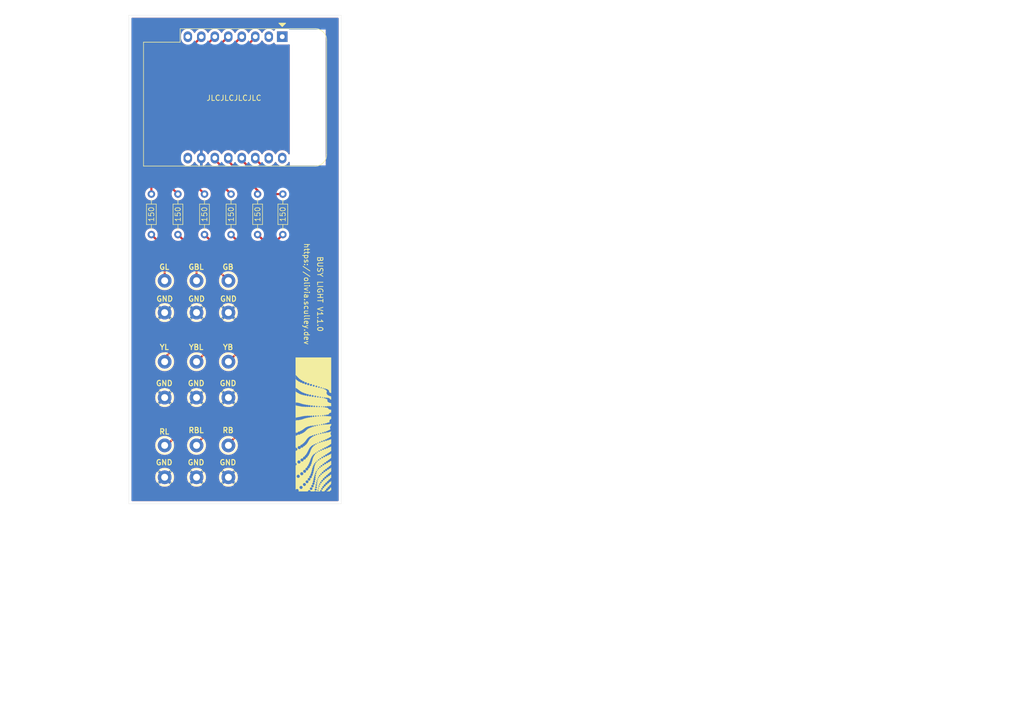
<source format=kicad_pcb>
(kicad_pcb (version 20241229) (generator "pcbnew") (generator_version "9.0")
  (layers (0 "F.Cu" signal) (4 "In1.Cu" signal) (6 "In2.Cu" signal) (2 "B.Cu" signal) (13 "F.Paste" user) (15 "B.Paste" user) (5 "F.SilkS" user "F.Silkscreen") (7 "B.SilkS" user "B.Silkscreen") (1 "F.Mask" user) (3 "B.Mask" user) (25 "Edge.Cuts" user))
  (net 0 "")
  (net 1 "/RED LIGHT CONN")
  (net 2 "GND")
  (net 3 "/RED BUTTON LIGHT CONN")
  (net 4 "/RED BUTTON")
  (net 5 "/YELLOW BUTTON")
  (net 6 "/YELLOW LIGHT CONN")
  (net 7 "/YELLOW BUTTON LIGHT CONN")
  (net 8 "/GREEN BUTTON LIGHT CONN")
  (net 9 "/GREEN LIGHT CONN")
  (net 10 "/GREEN BUTTON")
  (net 11 "/GREEN BUTTON LIGHT")
  (net 12 "/YELLOW BUTTON LIGHT")
  (net 13 "/RED BUTTON LIGHT")
  (net 14 "/RED LIGHT")
  (net 15 "/YELLOW LIGHT")
  (net 16 "/GREEN LIGHT")
  (net 17 "+3.3V")
  (footprint "Connector_Pin:Pin_D1.3mm_L11.0mm" (layer "F.Cu") (at 116.75 125.25)
    (property "Reference" "J9" (hide yes))
    (property "Value" "Conn_01x01_Pin")
  )
  (footprint "Connector_Pin:Pin_D1.3mm_L11.0mm" (layer "F.Cu") (at 116.75 132)
    (property "Reference" "J10" (hide yes))
    (property "Value" "Conn_01x01_Pin")
  )
  (footprint "Resistor_THT:R_Axial_DIN0204_L3.6mm_D1.6mm_P7.62mm_Horizontal" (layer "F.Cu") (at 128.25 93.69 -90)
    (property "Reference" "R4" (hide yes))
    (property "Value" "150" (hide yes))
  )
  (footprint "Connector_Pin:Pin_D1.3mm_L11.0mm" (layer "F.Cu") (at 110.75 147)
    (property "Reference" "J6" (hide yes))
    (property "Value" "Conn_01x01_Pin")
  )
  (footprint "Connector_Pin:Pin_D1.3mm_L11.0mm" (layer "F.Cu") (at 122.75 141)
    (property "Reference" "J5" (hide yes))
    (property "Value" "Conn_01x01_Pin")
  )
  (footprint "Connector_Pin:Pin_D1.3mm_L11.0mm" (layer "F.Cu") (at 122.75 132)
    (property "Reference" "J16" (hide yes))
    (property "Value" "Conn_01x01_Pin")
  )
  (footprint "Resistor_THT:R_Axial_DIN0204_L3.6mm_D1.6mm_P7.62mm_Horizontal" (layer "F.Cu") (at 113.25 93.69 -90)
    (property "Reference" "R1" (hide yes))
    (property "Value" "150" (hide yes))
  )
  (footprint "Resistor_THT:R_Axial_DIN0204_L3.6mm_D1.6mm_P7.62mm_Horizontal" (layer "F.Cu") (at 123.25 93.69 -90)
    (property "Reference" "R2" (hide yes))
    (property "Value" "150" (hide yes))
  )
  (footprint "Connector_Pin:Pin_D1.3mm_L11.0mm" (layer "F.Cu") (at 110.75 116)
    (property "Reference" "J2" (hide yes))
    (property "Value" "Conn_01x01_Pin")
  )
  (footprint "Connector_Pin:Pin_D1.3mm_L11.0mm" (layer "F.Cu") (at 116.75 116)
    (property "Reference" "J8" (hide yes))
    (property "Value" "Conn_01x01_Pin")
  )
  (footprint "Connector_Pin:Pin_D1.3mm_L11.0mm" (layer "F.Cu") (at 110.75 125.25)
    (property "Reference" "J7" (hide yes))
    (property "Value" "Conn_01x01_Pin")
  )
  (footprint "Resistor_THT:R_Axial_DIN0204_L3.6mm_D1.6mm_P7.62mm_Horizontal" (layer "F.Cu") (at 108.25 93.69 -90)
    (property "Reference" "R6" (hide yes))
    (property "Value" "150" (hide yes))
  )
  (footprint "Resistor_THT:R_Axial_DIN0204_L3.6mm_D1.6mm_P7.62mm_Horizontal" (layer "F.Cu") (at 133 93.69 -90)
    (property "Reference" "R3" (hide yes))
    (property "Value" "150" (hide yes))
  )
  (footprint "RF_Module:WEMOS_D1_mini_light" (layer "F.Cu") (at 132.89 64.055 -90)
    (property "Reference" "U1" (hide yes))
    (property "Value" "WEMOS_D1_mini" (hide yes))
  )
  (footprint "Connector_Pin:Pin_D1.3mm_L11.0mm" (layer "F.Cu") (at 110.75 110)
    (property "Reference" "J13" (hide yes))
    (property "Value" "Conn_01x01_Pin")
  )
  (footprint "Connector_Pin:Pin_D1.3mm_L11.0mm" (layer "F.Cu") (at 122.75 116)
    (property "Reference" "J14" (hide yes))
    (property "Value" "Conn_01x01_Pin")
  )
  (footprint "Connector_Pin:Pin_D1.3mm_L11.0mm" (layer "F.Cu") (at 116.75 147)
    (property "Reference" "J12" (hide yes))
    (property "Value" "Conn_01x01_Pin")
  )
  (footprint "Connector_Pin:Pin_D1.3mm_L11.0mm" (layer "F.Cu") (at 122.75 125.25)
    (property "Reference" "J11" (hide yes))
    (property "Value" "Conn_01x01_Pin")
  )
  (footprint "Connector_Pin:Pin_D1.3mm_L11.0mm" (layer "F.Cu") (at 110.75 141)
    (property "Reference" "J1" (hide yes))
    (property "Value" "Conn_01x01_Pin")
  )
  (footprint "Connector_Pin:Pin_D1.3mm_L11.0mm" (layer "F.Cu") (at 116.75 110)
    (property "Reference" "J15" (hide yes))
    (property "Value" "Conn_01x01_Pin")
  )
  (footprint "Connector_Pin:Pin_D1.3mm_L11.0mm" (layer "F.Cu") (at 122.75 147)
    (property "Reference" "J18" (hide yes))
    (property "Value" "Conn_01x01_Pin")
  )
  (footprint "Connector_Pin:Pin_D1.3mm_L11.0mm" (layer "F.Cu") (at 110.75 132)
    (property "Reference" "J4" (hide yes))
    (property "Value" "Conn_01x01_Pin")
  )
  (footprint "Connector_Pin:Pin_D1.3mm_L11.0mm" (layer "F.Cu") (at 122.75 110)
    (property "Reference" "J17" (hide yes))
    (property "Value" "Conn_01x01_Pin")
  )
  (footprint "Connector_Pin:Pin_D1.3mm_L11.0mm" (layer "F.Cu") (at 116.75 141)
    (property "Reference" "J3" (hide yes))
    (property "Value" "Conn_01x01_Pin")
  )
  (footprint "Resistor_THT:R_Axial_DIN0204_L3.6mm_D1.6mm_P7.62mm_Horizontal" (layer "F.Cu") (at 118.25 93.69 -90)
    (property "Reference" "R5" (hide yes))
    (property "Value" "150" (hide yes))
  )
  (gr_poly (pts (xy 142.105776 149.190527) (xy 142.105776 149.43793) (xy 142.012869 149.482019) (xy 141.91996 149.526107) (xy 141.879371 149.597479) (xy 141.838783 149.66885) (xy 141.568396 149.669052) (xy 141.298008 149.669253) (xy 141.285856 149.605682) (xy 141.273704 149.542111) (xy 141.361688 149.542025) (xy 141.449671 149.542025) (xy 141.523443 149.463052) (xy 141.597215 149.384079) (xy 141.597215 149.326028) (xy 141.597215 149.267977) (xy 141.684681 149.251568) (xy 141.772146 149.235159) (xy 141.837249 149.157788) (xy 141.902352 149.080416) (xy 141.902352 149.021469) (xy 141.902352 148.962521) (xy 142.004064 148.952822) (xy 142.105776 148.943124)) (stroke (width -0.000001)) (fill yes) (layer "F.SilkS"))
  (gr_poly (pts (xy 138.749269 124.444532) (xy 142.10577 124.444532) (xy 142.10577 127.798547) (xy 142.10577 131.15256) (xy 141.997702 131.119667) (xy 141.889633 131.086773) (xy 141.82295 131.055982) (xy 141.756268 131.02519) (xy 141.727595 130.929488) (xy 141.698922 130.833786) (xy 141.698922 130.790461) (xy 141.698922 130.747137) (xy 141.621417 130.634486) (xy 141.543911 130.521835) (xy 141.500393 130.521835) (xy 141.456875 130.521835) (xy 141.425115 130.470979) (xy 141.393356 130.420123) (xy 141.346621 130.420123) (xy 141.299887 130.420123) (xy 141.220631 130.380585) (xy 141.141375 130.341047) (xy 141.089584 130.368766) (xy 141.037793 130.396484) (xy 141.037793 130.480291) (xy 141.037793 130.564097) (xy 141.107258 130.600179) (xy 141.176724 130.636261) (xy 141.233595 130.699831) (xy 141.290467 130.763401) (xy 141.291267 130.840957) (xy 141.292066 130.918513) (xy 141.263446 130.947134) (xy 141.234823 130.975755) (xy 141.245848 131.12816) (xy 141.256872 131.280564) (xy 141.327388 131.382318) (xy 141.397903 131.484072) (xy 141.500874 131.552215) (xy 141.603843 131.620359) (xy 141.772163 131.683738) (xy 141.940481 131.747117) (xy 142.016764 131.764821) (xy 142.093048 131.782525) (xy 142.100207 132.080304) (xy 142.107366 132.378083) (xy 142.030026 132.378083) (xy 141.952685 132.378083) (xy 141.908435 132.321663) (xy 141.864184 132.265244) (xy 141.779733 132.181809) (xy 141.695282 132.098373) (xy 141.647738 132.098373) (xy 141.600193 132.098373) (xy 141.584477 132.072945) (xy 141.568762 132.047517) (xy 141.393766 132.047517) (xy 141.218771 132.047517) (xy 141.203056 132.022089) (xy 141.187339 131.996661) (xy 141.117642 131.996661) (xy 141.047944 131.996661) (xy 141.017431 132.027175) (xy 140.986917 132.057688) (xy 140.986917 132.125773) (xy 140.986917 132.193858) (xy 141.024913 132.225391) (xy 141.062908 132.256925) (xy 141.127232 132.244628) (xy 141.191555 132.232332) (xy 141.204743 132.253669) (xy 141.21793 132.275007) (xy 141.304579 132.316124) (xy 141.391227 132.357242) (xy 141.387207 132.502311) (xy 141.383186 132.647381) (xy 141.438693 132.737195) (xy 141.494201 132.827008) (xy 141.61712 132.893909) (xy 141.74004 132.96081) (xy 141.916539 133.006998) (xy 142.093037 133.053186) (xy 142.100216 133.337925) (xy 142.107395 133.622663) (xy 141.93493 133.618264) (xy 141.762464 133.613864) (xy 141.500468 133.621934) (xy 141.238473 133.630004) (xy 141.198146 133.691549) (xy 141.15782 133.753096) (xy 141.128941 133.69494) (xy 141.100061 133.636784) (xy 141.041387 133.628384) (xy 140.982713 133.619984) (xy 140.933953 133.66411) (xy 140.885194 133.708236) (xy 140.885993 133.748794) (xy 140.886793 133.789353) (xy 140.920573 133.833852) (xy 140.954353 133.878351) (xy 141.034989 133.878351) (xy 141.115625 133.878351) (xy 141.130253 133.840228) (xy 141.144882 133.802106) (xy 141.194676 133.865409) (xy 141.24447 133.928711) (xy 141.348426 133.924641) (xy 141.452383 133.920571) (xy 141.492987 133.974555) (xy 141.53359 134.02854) (xy 141.581489 134.096237) (xy 141.629389 134.163932) (xy 141.734059 134.209349) (xy 141.838728 134.254763) (xy 141.97306 134.272486) (xy 142.107392 134.290206) (xy 142.100202 134.559445) (xy 142.093013 134.828682) (xy 141.977349 134.85814) (xy 141.861685 134.887599) (xy 141.791694 134.933456) (xy 141.721705 134.979315) (xy 141.680955 135.05818) (xy 141.640205 135.137045) (xy 141.599613 135.168022) (xy 141.559022 135.198997) (xy 141.481468 135.199797) (xy 141.403912 135.200596) (xy 141.372764 135.231745) (xy 141.341615 135.262893) (xy 141.291011 135.231291) (xy 141.240406 135.199688) (xy 141.164506 135.238938) (xy 141.088606 135.278187) (xy 141.088606 135.361447) (xy 141.088606 135.444706) (xy 141.11912 135.475219) (xy 141.149635 135.505734) (xy 141.232048 135.505734) (xy 141.314459 135.505734) (xy 141.330938 135.479071) (xy 141.347416 135.452407) (xy 141.376939 135.476646) (xy 141.40646 135.500883) (xy 141.673454 135.515785) (xy 141.940449 135.530687) (xy 142.023091 135.530987) (xy 142.105732 135.531288) (xy 142.105732 135.77938) (xy 142.105732 136.027473) (xy 141.991317 136.096583) (xy 141.876902 136.165692) (xy 141.82613 136.248965) (xy 141.775358 136.332238) (xy 141.775264 136.473364) (xy 141.775169 136.614489) (xy 141.744654 136.645004) (xy 141.71414 136.675517) (xy 141.630227 136.675517) (xy 141.546315 136.675517) (xy 141.546315 136.700944) (xy 141.546315 136.726371) (xy 141.446862 136.726371) (xy 141.347412 136.726371) (xy 141.28314 136.802752) (xy 141.21887 136.879133) (xy 141.203096 136.853608) (xy 141.187321 136.828085) (xy 141.09627 136.828085) (xy 141.00522 136.828085) (xy 140.97144 136.872584) (xy 140.93766 136.917083) (xy 140.93686 136.971182) (xy 140.936061 137.025282) (xy 140.975558 137.058062) (xy 141.015055 137.090841) (xy 141.093948 137.090841) (xy 141.17284 137.090841) (xy 141.216668 137.036715) (xy 141.260498 136.982589) (xy 141.305645 137.032478) (xy 141.350793 137.082367) (xy 141.405336 137.082367) (xy 141.45988 137.082367) (xy 141.489875 137.052371) (xy 141.519871 137.022375) (xy 141.645314 137.028096) (xy 141.770756 137.033816) (xy 141.787187 137.007232) (xy 141.803617 136.980648) (xy 141.9055 136.980648) (xy 142.007383 136.980648) (xy 142.056568 136.954325) (xy 142.105752 136.928002) (xy 142.105752 137.07827) (xy 142.105752 137.228537) (xy 142.019509 137.322691) (xy 141.933267 137.416845) (xy 141.902499 137.526741) (xy 141.87173 137.636636) (xy 141.89009 137.721849) (xy 141.908453 137.807061) (xy 141.941676 137.872134) (xy 141.974899 137.937208) (xy 141.957684 137.964581) (xy 141.94047 137.991954) (xy 141.800616 138.07463) (xy 141.660762 138.157307) (xy 141.609906 138.163287) (xy 141.55905 138.169278) (xy 141.541929 138.172517) (xy 141.524809 138.175767) (xy 141.451271 138.237646) (xy 141.377731 138.299524) (xy 141.264965 138.307574) (xy 141.1522 138.315625) (xy 141.14429 138.425573) (xy 141.13638 138.535522) (xy 141.166474 138.571785) (xy 141.196571 138.608047) (xy 141.28583 138.608047) (xy 141.37509 138.608047) (xy 141.423126 138.552661) (xy 141.471163 138.497274) (xy 141.501123 138.527232) (xy 141.53108 138.557191) (xy 141.583209 138.556591) (xy 141.635336 138.555992) (xy 141.698907 138.506266) (xy 141.762477 138.456541) (xy 141.85633 138.455941) (xy 141.950186 138.455342) (xy 141.965901 138.429914) (xy 141.981616 138.404487) (xy 142.043685 138.404487) (xy 142.105755 138.404487) (xy 142.105755 138.427139) (xy 142.105755 138.449791) (xy 142.055458 138.560636) (xy 142.00516 138.671482) (xy 142.00456 138.780188) (xy 142.003961 138.888891) (xy 142.054817 139.033586) (xy 142.105673 139.17828) (xy 142.105673 139.228627) (xy 142.105673 139.278973) (xy 142.037345 139.350291) (xy 141.969018 139.421611) (xy 141.939575 139.421611) (xy 141.910131 139.421611) (xy 141.864108 139.472467) (xy 141.818084 139.523323) (xy 141.776565 139.523323) (xy 141.735047 139.523323) (xy 141.647009 139.598573) (xy 141.55897 139.673823) (xy 141.488148 139.674853) (xy 141.417327 139.675883) (xy 141.354652 139.716951) (xy 141.291976 139.758017) (xy 141.291976 139.835318) (xy 141.291976 139.912619) (xy 141.243498 139.868747) (xy 141.195021 139.824876) (xy 141.11188 139.833017) (xy 141.028741 139.841166) (xy 140.98581 139.91745) (xy 140.94288 139.993733) (xy 140.975404 140.058201) (xy 141.007928 140.122671) (xy 141.071611 140.156752) (xy 141.135293 140.190834) (xy 141.213635 140.135051) (xy 141.291976 140.079266) (xy 141.291976 140.030577) (xy 141.291976 139.981887) (xy 141.374835 140.028427) (xy 141.457695 140.074966) (xy 141.521046 140.047813) (xy 141.584397 140.020662) (xy 141.62254 139.980003) (xy 141.660682 139.939344) (xy 141.754772 139.939845) (xy 141.848863 139.940345) (xy 141.894627 139.900215) (xy 141.940391 139.860084) (xy 142.023033 139.848677) (xy 142.105674 139.837269) (xy 142.105674 140.254136) (xy 142.105674 140.671002) (xy 142.013119 140.758293) (xy 141.920564 140.845584) (xy 141.887934 140.845584) (xy 141.855305 140.845584) (xy 141.774082 140.926805) (xy 141.692861 141.008027) (xy 141.643923 141.011627) (xy 141.594985 141.015237) (xy 141.526121 141.066458) (xy 141.457257 141.117678) (xy 141.449887 141.16656) (xy 141.442517 141.21544) (xy 141.340545 141.20572) (xy 141.238574 141.19599) (xy 141.188987 141.240864) (xy 141.139401 141.28574) (xy 141.139401 141.37957) (xy 141.139401 141.473399) (xy 141.185903 141.515483) (xy 141.232405 141.557566) (xy 141.321817 141.557566) (xy 141.411228 141.557566) (xy 141.453312 141.511065) (xy 141.495396 141.464563) (xy 141.495381 141.428424) (xy 141.495365 141.392283) (xy 141.616714 141.400703) (xy 141.738063 141.409123) (xy 141.785952 141.356204) (xy 141.833844 141.303285) (xy 141.895904 141.303285) (xy 141.957965 141.303285) (xy 142.031817 141.250698) (xy 142.10567 141.198111) (xy 142.10567 141.608363) (xy 142.10567 142.018615) (xy 142.080912 142.064875) (xy 142.056155 142.111134) (xy 141.993266 142.126918) (xy 141.930377 142.142701) (xy 141.886795 142.216481) (xy 141.843212 142.290258) (xy 141.766328 142.305635) (xy 141.689444 142.321011) (xy 141.643275 142.362793) (xy 141.597106 142.404574) (xy 141.597106 142.447085) (xy 141.597106 142.489596) (xy 141.519128 142.478151) (xy 141.441151 142.466706) (xy 141.36656 142.538168) (xy 141.29197 142.609629) (xy 141.29197 142.668443) (xy 141.29197 142.727255) (xy 141.268043 142.727255) (xy 141.244116 142.727255) (xy 141.228401 142.701828) (xy 141.212684 142.6764) (xy 141.156973 142.6772) (xy 141.10126 142.677999) (xy 141.053845 142.713911) (xy 141.00643 142.749823) (xy 140.971629 142.8169) (xy 140.936828 142.883978) (xy 140.972375 142.952717) (xy 141.007922 143.021456) (xy 141.075058 143.057385) (xy 141.142192 143.093315) (xy 141.210029 143.052153) (xy 141.277867 143.01099) (xy 141.316703 142.939039) (xy 141.35554 142.867089) (xy 141.466615 142.875059) (xy 141.577688 142.883029) (xy 141.638253 142.826132) (xy 141.698818 142.769233) (xy 141.698818 142.741209) (xy 141.698818 142.713185) (xy 141.796357 142.722485) (xy 141.893896 142.731785) (xy 141.959997 142.653228) (xy 142.0261 142.574672) (xy 142.065884 142.574672) (xy 142.105667 142.574672) (xy 142.104966 142.949736) (xy 142.104266 143.3248) (xy 142.035023 143.407766) (xy 141.96578 143.490733) (xy 141.876811 143.534906) (xy 141.787841 143.57908) (xy 141.756178 143.645799) (xy 141.724514 143.712516) (xy 141.642945 143.728831) (xy 141.561376 143.745146) (xy 141.502941 143.800042) (xy 141.444505 143.854939) (xy 141.444505 143.908392) (xy 141.444505 143.961845) (xy 141.34915 143.952755) (xy 141.253794 143.943666) (xy 141.194123 144.007193) (xy 141.134454 144.070719) (xy 141.131874 144.161865) (xy 141.129293 144.25301) (xy 141.10382 144.227537) (xy 141.078347 144.202064) (xy 140.972949 144.202064) (xy 140.867549 144.202064) (xy 140.825465 144.248567) (xy 140.783381 144.295068) (xy 140.783381 144.363887) (xy 140.783381 144.432707) (xy 140.824447 144.495382) (xy 140.865515 144.558058) (xy 140.960362 144.558058) (xy 141.055207 144.558058) (xy 141.099761 144.508827) (xy 141.144316 144.459594) (xy 141.146876 144.369342) (xy 141.149436 144.279089) (xy 141.207084 144.316861) (xy 141.26473 144.354632) (xy 141.342152 144.354632) (xy 141.419572 144.354632) (xy 141.489257 144.253884) (xy 141.558943 144.153137) (xy 141.66307 144.152137) (xy 141.767199 144.151138) (xy 141.805418 144.106639) (xy 141.843637 144.062139) (xy 141.859417 144.01764) (xy 141.875198 143.973141) (xy 141.941238 143.973141) (xy 142.007276 143.973141) (xy 142.056462 143.946818) (xy 142.105645 143.920495) (xy 142.105645 144.290727) (xy 142.105645 144.660958) (xy 142.044517 144.684199) (xy 141.983389 144.70744) (xy 141.930091 144.764648) (xy 141.876794 144.821856) (xy 141.876794 144.867918) (xy 141.876794 144.91398) (xy 141.799354 144.91398) (xy 141.721914 144.91398) (xy 141.6595 144.976394) (xy 141.597085 145.038809) (xy 141.597085 145.103535) (xy 141.597085 145.168261) (xy 141.485585 145.168261) (xy 141.374082 145.168261) (xy 141.331265 145.233609) (xy 141.288447 145.298957) (xy 141.286517 145.367106) (xy 141.284587 145.435255) (xy 141.179425 145.426785) (xy 141.074263 145.418315) (xy 141.005108 145.487469) (xy 140.935954 145.556623) (xy 140.935954 145.61477) (xy 140.935954 145.672917) (xy 141.014193 145.751156) (xy 141.092433 145.829396) (xy 141.162329 145.829396) (xy 141.232225 145.829396) (xy 141.287513 145.770544) (xy 141.342802 145.711692) (xy 141.342802 145.643403) (xy 141.342802 145.575116) (xy 141.458123 145.575116) (xy 141.573445 145.575116) (xy 141.63612 145.534048) (xy 141.698796 145.492982) (xy 141.698796 145.432336) (xy 141.698796 145.371691) (xy 141.803019 145.371691) (xy 141.907243 145.371691) (xy 141.981015 145.292718) (xy 142.054786 145.213745) (xy 142.054786 145.191006) (xy 142.054786 145.168267) (xy 142.080213 145.168267) (xy 142.105641 145.168267) (xy 142.105641 145.508433) (xy 142.105641 145.848599) (xy 142.069993 145.878184) (xy 142.034346 145.907769) (xy 142.01916 145.96827) (xy 142.003974 146.028773) (xy 141.930859 146.044831) (xy 141.857743 146.06089) (xy 141.805389 146.116784) (xy 141.753033 146.172679) (xy 141.728677 146.236987) (xy 141.704321 146.301294) (xy 141.645657 146.305714) (xy 141.586994 146.310134) (xy 141.522108 146.358271) (xy 141.457223 146.406407) (xy 141.433667 146.499325) (xy 141.410112 146.592244) (xy 141.316824 146.592244) (xy 141.223538 146.592244) (xy 141.176289 146.644453) (xy 141.129042 146.696662) (xy 141.127851 146.796942) (xy 141.126661 146.897219) (xy 141.096377 146.8973) (xy 141.066093 146.897381) (xy 141.050376 146.871954) (xy 141.034661 146.846527) (xy 140.998867 146.846527) (xy 140.963073 146.846527) (xy 140.873228 146.936372) (xy 140.783383 147.026217) (xy 140.783483 147.06987) (xy 140.783584 147.11352) (xy 140.843605 147.188534) (xy 140.903625 147.263546) (xy 140.994783 147.263546) (xy 141.08594 147.263546) (xy 141.138061 147.216378) (xy 141.190182 147.169209) (xy 141.190182 147.069937) (xy 141.190182 146.970665) (xy 141.219606 146.98885) (xy 141.249029 147.007035) (xy 141.338089 147.003686) (xy 141.427148 147.000337) (xy 141.486662 146.944427) (xy 141.546176 146.888517) (xy 141.546176 146.817302) (xy 141.546176 146.746086) (xy 141.618939 146.760638) (xy 141.6917 146.77519) (xy 141.769772 146.734817) (xy 141.847843 146.694445) (xy 141.880247 146.604832) (xy 141.912652 146.515219) (xy 141.939195 146.524389) (xy 141.965737 146.53356) (xy 142.035664 146.513821) (xy 142.10559 146.494082) (xy 142.10559 146.810157) (xy 142.10559 147.126234) (xy 142.0694 147.126234) (xy 142.033209 147.126234) (xy 141.956575 147.190719) (xy 141.87994 147.255203) (xy 141.87198 147.323312) (xy 141.864019 147.391421) (xy 141.780337 147.408398) (xy 141.696655 147.425375) (xy 141.646456 147.470803) (xy 141.596258 147.516232) (xy 141.576445 147.592697) (xy 141.556631 147.669159) (xy 141.471862 147.697699) (xy 141.387094 147.726239) (xy 141.32449 147.79902) (xy 141.261886 147.871801) (xy 141.272485 147.944009) (xy 141.283084 148.016217) (xy 141.177003 148.016217) (xy 141.070921 148.016217) (xy 141.024812 148.067166) (xy 140.978703 148.118115) (xy 140.980352 148.227063) (xy 140.982002 148.33601) (xy 140.900979 148.32655) (xy 140.819956 148.317089) (xy 140.750791 148.386254) (xy 140.681625 148.455423) (xy 140.681625 148.535867) (xy 140.681625 148.616311) (xy 140.712138 148.646823) (xy 140.742652 148.677337) (xy 140.627081 148.677337) (xy 140.51151 148.677337) (xy 140.469427 148.723837) (xy 140.427344 148.77034) (xy 140.427344 148.859753) (xy 140.427344 148.949166) (xy 140.473845 148.99125) (xy 140.520347 149.033334) (xy 140.609759 149.033334) (xy 140.699171 149.033334) (xy 140.741254 148.986834) (xy 140.783337 148.940332) (xy 140.783337 148.834265) (xy 140.783337 148.728198) (xy 140.883317 148.728198) (xy 140.983299 148.728198) (xy 141.038575 148.65057) (xy 141.093852 148.572943) (xy 141.082853 148.498004) (xy 141.071855 148.423065) (xy 141.177444 148.423065) (xy 141.283033 148.423065) (xy 141.338322 148.364212) (xy 141.393611 148.305358) (xy 141.393611 148.225955) (xy 141.393611 148.146551) (xy 141.47626 148.159964) (xy 141.558909 148.173376) (xy 141.626988 148.119824) (xy 141.695066 148.066275) (xy 141.724307 147.977673) (xy 141.753547 147.889074) (xy 141.822201 147.889074) (xy 141.890855 147.889074) (xy 141.950054 147.847607) (xy 142.009254 147.806143) (xy 142.051068 147.714111) (xy 142.092881 147.622079) (xy 142.100051 147.905819) (xy 142.107222 148.18956) (xy 142.04284 148.28443) (xy 141.978459 148.3793) (xy 141.978459 148.408786) (xy 141.978459 148.438272) (xy 141.891958 148.469552) (xy 141.805456 148.500833) (xy 141.774288 148.538388) (xy 141.743119 148.575943) (xy 141.726672 148.656369) (xy 141.710223 148.736795) (xy 141.625917 148.765182) (xy 141.541612 148.793566) (xy 141.480326 148.852551) (xy 141.419042 148.911535) (xy 141.419042 148.997866) (xy 141.419042 149.084195) (xy 141.366923 149.084195) (xy 141.314804 149.084195) (xy 141.243365 149.121136) (xy 141.171925 149.158078) (xy 141.141449 149.231652) (xy 141.110974 149.305227) (xy 141.126254 149.366348) (xy 141.141532 149.427472) (xy 141.057791 149.432852) (xy 140.97405 149.438232) (xy 140.904124 149.520892) (xy 140.834198 149.603552) (xy 140.834198 149.636297) (xy 140.834198 149.669043) (xy 140.548132 149.667031) (xy 140.262067 149.66502) (xy 140.293852 149.652197) (xy 140.325637 149.63937) (xy 140.325637 149.556433) (xy 140.325637 149.473495) (xy 140.279135 149.431411) (xy 140.232633 149.389328) (xy 140.179155 149.389328) (xy 140.125675 149.389328) (xy 140.06902 149.468893) (xy 140.012364 149.548458) (xy 140.04186 149.595687) (xy 140.071356 149.642916) (xy 140.071356 149.655975) (xy 140.071356 149.669033) (xy 139.654907 149.669033) (xy 139.238458 149.669033) (xy 139.206803 149.630893) (xy 139.175148 149.592752) (xy 139.07575 149.592752) (xy 138.976353 149.592752) (xy 138.961717 149.630893) (xy 138.94708 149.669033) (xy 138.581094 149.669033) (xy 138.215108 149.669033) (xy 138.215108 149.607309) (xy 138.215108 149.545584) (xy 138.147406 149.492331) (xy 138.079705 149.439077) (xy 138.017583 149.423486) (xy 137.955461 149.407894) (xy 137.868868 149.449188) (xy 137.782274 149.490481) (xy 137.739701 149.579757) (xy 137.697129 149.669033) (xy 136.828304 149.669033) (xy 135.959478 149.669033) (xy 135.971672 149.542117) (xy 135.983867 149.4152) (xy 135.881933 149.313266) (xy 135.779999 149.211331) (xy 135.697828 149.211331) (xy 135.615657 149.211331) (xy 135.517871 149.26629) (xy 135.420085 149.321249) (xy 135.411396 149.501501) (xy 135.402706 149.68175) (xy 135.402406 148.93338) (xy 136.130188 148.93338) (xy 136.166792 149.021005) (xy 136.203404 149.10863) (xy 136.287575 149.159948) (xy 136.371747 149.211267) (xy 136.437913 149.211361) (xy 136.50408 149.211456) (xy 136.588196 149.154242) (xy 136.672313 149.097027) (xy 136.684438 149.061718) (xy 138.088144 149.061718) (xy 138.088144 149.151254) (xy 138.088144 149.240789) (xy 138.162472 149.315121) (xy 138.236801 149.38945) (xy 138.329711 149.38945) (xy 138.422621 149.38945) (xy 138.500134 149.311938) (xy 138.577645 149.234426) (xy 138.575621 149.219336) (xy 139.003553 149.219336) (xy 139.003553 149.308749) (xy 139.003553 149.398162) (xy 139.045636 149.444662) (xy 139.087718 149.491165) (xy 139.17713 149.491165) (xy 139.266542 149.491165) (xy 139.313044 149.449081) (xy 139.359545 149.406997) (xy 139.359545 149.36242) (xy 139.512116 149.36242) (xy 139.512116 149.423675) (xy 139.512116 149.48493) (xy 139.54886 149.515432) (xy 139.585601 149.545925) (xy 139.644214 149.537616) (xy 139.702827 149.529306) (xy 139.702827 149.440307) (xy 139.702827 149.351309) (xy 139.643764 149.342938) (xy 139.584702 149.334567) (xy 139.548409 149.348495) (xy 139.512116 149.36242) (xy 139.359545 149.36242) (xy 139.359545 149.317584) (xy 139.359545 149.22817) (xy 139.317462 149.181668) (xy 139.275379 149.135168) (xy 139.185968 149.135168) (xy 139.096556 149.135168) (xy 139.050054 149.177252) (xy 139.003553 149.219336) (xy 138.575621 149.219336) (xy 138.56332 149.127624) (xy 138.548995 149.020822) (xy 138.479257 148.960836) (xy 138.409522 148.900851) (xy 138.306087 148.914724) (xy 138.202651 148.928598) (xy 138.145397 148.995156) (xy 138.088144 149.061718) (xy 136.684438 149.061718) (xy 136.70581 148.999484) (xy 136.739307 148.90194) (xy 136.704819 148.8194) (xy 136.670332 148.736859) (xy 136.630358 148.705416) (xy 138.342356 148.705416) (xy 138.380887 148.779794) (xy 138.419349 148.854171) (xy 138.50167 148.876089) (xy 138.583992 148.898007) (xy 138.651451 148.875106) (xy 138.671866 148.868176) (xy 139.085453 148.868176) (xy 139.098471 148.91903) (xy 139.111489 148.969885) (xy 139.136918 149.001675) (xy 139.162348 149.033459) (xy 139.250049 149.033459) (xy 139.337749 149.033459) (xy 139.374075 148.997134) (xy 139.388891 148.982318) (xy 139.610417 148.982318) (xy 139.618477 149.052389) (xy 139.626537 149.122461) (xy 139.69011 149.122461) (xy 139.753679 149.122461) (xy 139.756896 149.094491) (xy 140.224107 149.094491) (xy 140.224107 149.186032) (xy 140.224107 149.277572) (xy 140.25462 149.308087) (xy 140.285134 149.338601) (xy 140.376675 149.338601) (xy 140.468216 149.338601) (xy 140.49873 149.30809) (xy 140.529243 149.277575) (xy 140.529243 149.186035) (xy 140.529243 149.094494) (xy 140.49873 149.06398) (xy 140.468216 149.033465) (xy 140.376675 149.033465) (xy 140.285134 149.033465) (xy 140.25462 149.06398) (xy 140.224107 149.094491) (xy 139.756896 149.094491) (xy 139.761739 149.052389) (xy 139.769799 148.982318) (xy 139.729953 148.967028) (xy 139.690108 148.951739) (xy 139.650263 148.967028) (xy 139.610417 148.982318) (xy 139.388891 148.982318) (xy 139.410401 148.960809) (xy 139.410401 148.873107) (xy 139.410401 148.785406) (xy 139.374137 148.75531) (xy 139.337874 148.725213) (xy 139.228939 148.733123) (xy 139.120005 148.741034) (xy 139.102729 148.804605) (xy 139.085453 148.868176) (xy 138.671866 148.868176) (xy 138.718909 148.852206) (xy 138.762063 148.804522) (xy 138.805217 148.756839) (xy 138.805217 148.660803) (xy 138.805217 148.564767) (xy 138.78251 148.544479) (xy 139.156141 148.544479) (xy 139.218799 148.585543) (xy 139.281475 148.626611) (xy 139.304331 148.626611) (xy 139.327186 148.626611) (xy 139.352967 148.60083) (xy 139.712292 148.60083) (xy 139.720272 148.683645) (xy 139.728253 148.766461) (xy 139.786863 148.774777) (xy 139.845476 148.783087) (xy 139.883504 148.751525) (xy 139.921532 148.719964) (xy 139.913892 148.654217) (xy 139.906252 148.58847) (xy 139.84719 148.580099) (xy 139.788127 148.571728) (xy 139.750209 148.586279) (xy 139.712292 148.60083) (xy 139.352967 148.60083) (xy 139.394224 148.559573) (xy 139.461261 148.492535) (xy 139.461261 148.453506) (xy 139.461261 148.414477) (xy 139.419178 148.367977) (xy 139.377095 148.321475) (xy 139.301198 148.321475) (xy 139.225301 148.321475) (xy 139.191522 148.365976) (xy 139.157742 148.410473) (xy 139.156942 148.477475) (xy 139.156141 148.544479) (xy 138.78251 148.544479) (xy 138.725988 148.493978) (xy 138.64676 148.42319) (xy 138.594633 148.42319) (xy 138.542506 148.42319) (xy 138.486965 148.451593) (xy 138.431423 148.479995) (xy 138.38749 148.534231) (xy 138.343556 148.588467) (xy 138.342956 148.646942) (xy 138.342356 148.705416) (xy 136.630358 148.705416) (xy 136.600251 148.681735) (xy 136.530171 148.626608) (xy 136.461109 148.626608) (xy 136.39205 148.626608) (xy 136.311157 148.654806) (xy 136.230264 148.683007) (xy 136.181346 148.775592) (xy 136.132428 148.868176) (xy 136.131308 148.900778) (xy 136.130188 148.93338) (xy 135.402406 148.93338) (xy 135.402164 148.328158) (xy 136.772746 148.328158) (xy 136.793411 148.420169) (xy 136.814075 148.512179) (xy 136.880183 148.569213) (xy 136.946292 148.626245) (xy 137.013486 148.643109) (xy 137.080681 148.659973) (xy 137.171205 148.611505) (xy 137.261728 148.563037) (xy 137.308757 148.466772) (xy 137.355783 148.370507) (xy 137.339086 148.303973) (xy 137.322386 148.237439) (xy 137.24487 148.165026) (xy 137.167353 148.092614) (xy 137.061273 148.092614) (xy 136.955194 148.092614) (xy 136.89608 148.134021) (xy 136.836967 148.175424) (xy 136.804857 148.251791) (xy 136.772746 148.328158) (xy 135.402164 148.328158) (xy 135.401918 147.713781) (xy 137.299876 147.713781) (xy 137.299876 147.838211) (xy 137.299876 147.96264) (xy 137.361244 148.033987) (xy 137.422613 148.105331) (xy 137.549285 148.105331) (xy 137.675958 148.105331) (xy 137.685915 148.096319) (xy 138.545848 148.096319) (xy 138.545848 148.192718) (xy 138.545848 148.289117) (xy 138.612888 148.356146) (xy 138.679926 148.423184) (xy 138.747084 148.423184) (xy 138.814243 148.423184) (xy 138.872362 148.382476) (xy 138.930481 148.341766) (xy 138.945037 148.303482) (xy 139.817253 148.303482) (xy 139.817253 148.334796) (xy 139.817253 148.36611) (xy 139.85373 148.396383) (xy 139.890211 148.42666) (xy 139.974513 148.41857) (xy 140.058815 148.410479) (xy 140.067175 148.322604) (xy 140.075535 148.234729) (xy 140.030532 148.201821) (xy 139.985528 148.168914) (xy 139.963746 148.168914) (xy 139.941964 148.168914) (xy 139.879608 148.236196) (xy 139.817253 148.303482) (xy 138.945037 148.303482) (xy 138.955355 148.276345) (xy 138.980229 148.210925) (xy 138.964038 148.13721) (xy 138.947847 148.063494) (xy 138.933087 148.054495) (xy 139.23889 148.054495) (xy 139.250931 148.105349) (xy 139.262971 148.156204) (xy 139.303405 148.187976) (xy 139.34384 148.21976) (xy 139.358052 148.21896) (xy 139.372263 148.218161) (xy 139.410404 148.187182) (xy 139.448546 148.156207) (xy 139.48077 148.114932) (xy 139.512995 148.073657) (xy 139.496374 148.030343) (xy 139.479753 147.98703) (xy 139.42238 147.965216) (xy 139.365007 147.943402) (xy 139.312784 147.957058) (xy 139.260561 147.970715) (xy 139.249726 148.012603) (xy 139.23889 148.054495) (xy 138.933087 148.054495) (xy 138.867632 148.014584) (xy 138.787418 147.965673) (xy 138.878832 147.965579) (xy 138.970246 147.965484) (xy 139.0148 147.916253) (xy 139.038099 147.890509) (xy 140.020674 147.890509) (xy 140.020674 147.973767) (xy 140.020674 148.057028) (xy 140.051187 148.087539) (xy 140.0817 148.118054) (xy 140.161672 148.118054) (xy 140.241644 148.118054) (xy 140.28577 148.069296) (xy 140.329897 148.020538) (xy 140.321497 147.963778) (xy 140.313097 147.907019) (xy 140.246582 147.85755) (xy 140.180066 147.808084) (xy 140.10037 147.849295) (xy 140.020674 147.890509) (xy 139.038099 147.890509) (xy 139.059354 147.867022) (xy 139.062014 147.773144) (xy 139.063675 147.714553) (xy 139.334115 147.714553) (xy 139.360443 147.763729) (xy 139.386766 147.812915) (xy 139.432787 147.812915) (xy 139.478807 147.812915) (xy 139.523119 147.763949) (xy 139.567431 147.714984) (xy 139.56223 147.687567) (xy 140.224085 147.687567) (xy 140.265173 147.750241) (xy 140.30624 147.812915) (xy 140.40858 147.812915) (xy 140.510923 147.812915) (xy 140.544702 147.768417) (xy 140.578482 147.723919) (xy 140.579282 147.66235) (xy 140.580082 147.600781) (xy 140.537999 147.554281) (xy 140.495916 147.507782) (xy 140.399533 147.507782) (xy 140.30315 147.507782) (xy 140.266318 147.57771) (xy 140.229485 147.647638) (xy 140.226785 147.667602) (xy 140.224085 147.687567) (xy 139.56223 147.687567) (xy 139.558631 147.668594) (xy 139.549832 147.622204) (xy 139.456824 147.614444) (xy 139.363816 147.606683) (xy 139.351916 147.652587) (xy 139.340016 147.698495) (xy 139.337065 147.706524) (xy 139.334115 147.714553) (xy 139.063675 147.714553) (xy 139.064675 147.679266) (xy 138.994554 147.618951) (xy 138.924434 147.558636) (xy 138.972767 147.558636) (xy 139.0211 147.558636) (xy 139.059916 147.514138) (xy 139.098732 147.469641) (xy 139.127544 147.413882) (xy 139.156356 147.358123) (xy 139.147811 147.33937) (xy 139.459378 147.33937) (xy 139.466678 147.376352) (xy 139.473978 147.413333) (xy 139.518121 147.441128) (xy 139.562267 147.46893) (xy 139.597273 147.433923) (xy 140.503809 147.433923) (xy 140.571098 147.496279) (xy 140.638381 147.558636) (xy 140.69477 147.558636) (xy 140.751161 147.558636) (xy 140.818197 147.491598) (xy 140.885235 147.42456) (xy 140.885235 147.355212) (xy 140.885235 147.285861) (xy 140.818197 147.218823) (xy 140.75116 147.151785) (xy 140.719392 147.151785) (xy 140.687624 147.151785) (xy 140.61479 147.189373) (xy 140.541956 147.226965) (xy 140.526233 147.310159) (xy 140.510509 147.393353) (xy 140.507159 147.413638) (xy 140.503809 147.433923) (xy 139.597273 147.433923) (xy 139.617009 147.414187) (xy 139.671752 147.359445) (xy 139.656081 147.318609) (xy 139.640411 147.277774) (xy 139.600745 147.262551) (xy 139.561079 147.247329) (xy 139.510229 147.29335) (xy 139.459378 147.33937) (xy 139.147811 147.33937) (xy 139.125936 147.291357) (xy 139.095516 147.224591) (xy 139.030464 147.189209) (xy 138.965412 147.153826) (xy 139.016268 147.151997) (xy 139.067124 147.150167) (xy 139.111536 147.116452) (xy 139.155947 147.082737) (xy 139.170735 147.008792) (xy 139.176159 146.981674) (xy 139.613825 146.981674) (xy 139.613825 147.027694) (xy 139.613825 147.073715) (xy 139.660571 147.09873) (xy 139.707316 147.123747) (xy 139.763646 147.109016) (xy 139.819976 147.094287) (xy 139.812256 147.017532) (xy 139.804536 146.940777) (xy 139.761525 146.913855) (xy 139.718515 146.88693) (xy 139.66617 146.934303) (xy 139.613825 146.981674) (xy 139.176159 146.981674) (xy 139.185524 146.934845) (xy 139.130835 146.865318) (xy 139.076146 146.795791) (xy 139.026242 146.795791) (xy 138.976337 146.795791) (xy 138.913661 146.836859) (xy 138.850986 146.877926) (xy 138.850986 146.968354) (xy 138.850986 147.058783) (xy 138.895485 147.108999) (xy 138.939984 147.159216) (xy 138.909475 147.169909) (xy 138.878966 147.180603) (xy 138.81412 147.23161) (xy 138.749274 147.28262) (xy 138.749274 147.353592) (xy 138.749274 147.424563) (xy 138.810945 147.486233) (xy 138.872615 147.547903) (xy 138.798461 147.580728) (xy 138.724306 147.613552) (xy 138.684194 147.69808) (xy 138.644083 147.782608) (xy 138.677607 147.841754) (xy 138.711132 147.9009) (xy 138.74767 147.929971) (xy 138.784209 147.959042) (xy 138.730696 147.976028) (xy 138.677182 147.993011) (xy 138.611515 148.044665) (xy 138.545848 148.096319) (xy 137.685915 148.096319) (xy 137.729341 148.057019) (xy 137.782724 148.008706) (xy 137.807196 147.920074) (xy 137.831668 147.831442) (xy 137.79731 147.749212) (xy 137.762953 147.666983) (xy 137.703753 147.625515) (xy 137.644553 147.584051) (xy 137.557256 147.584051) (xy 137.469958 147.584051) (xy 137.384917 147.648916) (xy 137.299876 147.713781) (xy 135.401918 147.713781) (xy 135.401807 147.436352) (xy 137.681286 147.436352) (xy 137.72364 147.508041) (xy 137.765985 147.579724) (xy 137.826548 147.607318) (xy 137.887112 147.634912) (xy 137.943129 147.634817) (xy 137.999146 147.634722) (xy 138.080408 147.585174) (xy 138.161669 147.535626) (xy 138.178472 147.446054) (xy 138.195276 147.356482) (xy 138.167138 147.275763) (xy 138.138999 147.195047) (xy 138.138999 147.189376) (xy 138.138999 147.183706) (xy 138.235829 147.168223) (xy 138.332656 147.152739) (xy 138.386512 147.095045) (xy 138.440367 147.037352) (xy 138.457035 146.970163) (xy 138.473703 146.902975) (xy 138.432838 146.823951) (xy 138.391974 146.744928) (xy 138.43977 146.744928) (xy 138.487566 146.744928) (xy 138.553821 146.683525) (xy 138.620076 146.622123) (xy 138.637812 146.551457) (xy 138.643963 146.526948) (xy 138.950306 146.526948) (xy 138.957856 146.62789) (xy 138.965406 146.728831) (xy 139.039196 146.748429) (xy 139.112978 146.768025) (xy 139.156867 146.744535) (xy 139.200756 146.721046) (xy 139.213688 146.653396) (xy 139.817247 146.653396) (xy 139.817247 146.719509) (xy 139.817247 146.785623) (xy 139.84776 146.816136) (xy 139.878273 146.84665) (xy 139.928398 146.84665) (xy 139.978524 146.84665) (xy 140.025025 146.804567) (xy 140.071527 146.762483) (xy 140.071527 146.70794) (xy 140.071527 146.653396) (xy 140.041014 146.622883) (xy 140.0105 146.592369) (xy 139.944387 146.592369) (xy 139.878273 146.592369) (xy 139.84776 146.622883) (xy 139.817247 146.653396) (xy 139.213688 146.653396) (xy 139.214219 146.650618) (xy 139.227682 146.580191) (xy 139.203722 146.535421) (xy 139.179762 146.490652) (xy 139.083183 146.490652) (xy 138.986603 146.490652) (xy 138.968455 146.508799) (xy 138.950306 146.526948) (xy 138.643963 146.526948) (xy 138.655548 146.480792) (xy 138.641038 146.45551) (xy 140.046099 146.45551) (xy 140.0789 146.500366) (xy 140.111699 146.545222) (xy 140.210714 146.537011) (xy 140.30973 146.528801) (xy 140.329315 146.455018) (xy 140.348899 146.381237) (xy 140.323005 146.332853) (xy 140.297111 146.284469) (xy 140.191689 146.292208) (xy 140.086268 146.299948) (xy 140.068718 146.363519) (xy 140.051169 146.427088) (xy 140.048639 146.441299) (xy 140.046099 146.45551) (xy 138.641038 146.45551) (xy 138.614595 146.409436) (xy 138.573642 146.338079) (xy 138.59442 146.338079) (xy 138.615198 146.338079) (xy 138.682235 146.271041) (xy 138.732215 146.221061) (xy 139.051941 146.221061) (xy 139.059531 146.298645) (xy 139.067121 146.376228) (xy 139.151425 146.38432) (xy 139.235727 146.39241) (xy 139.272208 146.362133) (xy 139.308689 146.331857) (xy 139.308689 146.27976) (xy 139.308689 146.227664) (xy 139.266606 146.181161) (xy 139.224523 146.13466) (xy 139.185967 146.13466) (xy 139.147411 146.13466) (xy 139.099676 146.177861) (xy 139.051941 146.221061) (xy 138.732215 146.221061) (xy 138.749273 146.204003) (xy 138.749273 146.108873) (xy 138.749273 146.013742) (xy 138.710454 145.981524) (xy 138.671636 145.949308) (xy 138.725466 145.921199) (xy 138.779296 145.893089) (xy 138.779579 145.892614) (xy 139.20698 145.892614) (xy 139.20698 145.959669) (xy 139.20698 146.026724) (xy 139.24599 146.059097) (xy 139.284998 146.091471) (xy 139.332095 146.066265) (xy 140.32582 146.066265) (xy 140.32662 146.132252) (xy 140.32742 146.198239) (xy 140.361216 146.242735) (xy 140.394995 146.287234) (xy 140.4984 146.287234) (xy 140.601804 146.287234) (xy 140.641137 146.208389) (xy 140.680471 146.129544) (xy 140.642346 146.055821) (xy 140.604222 145.982098) (xy 140.511522 145.982098) (xy 140.418822 145.982098) (xy 140.372321 146.024182) (xy 140.32582 146.066265) (xy 139.332095 146.066265) (xy 139.347702 146.057913) (xy 139.410404 146.024354) (xy 139.410404 145.969023) (xy 139.410404 145.913691) (xy 139.361985 145.869871) (xy 139.313564 145.826051) (xy 139.260273 145.859333) (xy 139.20698 145.892614) (xy 138.779579 145.892614) (xy 138.819521 145.825648) (xy 138.842254 145.787535) (xy 140.630953 145.787535) (xy 140.630953 145.868159) (xy 140.630953 145.948783) (xy 140.680187 145.993341) (xy 140.729418 146.037893) (xy 140.817797 146.040403) (xy 140.906176 146.042903) (xy 140.946562 146.009385) (xy 140.986947 145.975868) (xy 140.986947 145.872914) (xy 140.986947 145.769961) (xy 140.944863 145.723458) (xy 140.90278 145.676957) (xy 140.825718 145.676957) (xy 140.748656 145.676957) (xy 140.689804 145.732246) (xy 140.630953 145.787535) (xy 138.842254 145.787535) (xy 138.859746 145.758209) (xy 138.820512 145.6772) (xy 138.782677 145.599078) (xy 139.410406 145.599078) (xy 139.410406 145.663446) (xy 139.410406 145.727813) (xy 139.486689 145.727813) (xy 139.562973 145.727813) (xy 139.562973 145.663446) (xy 139.562973 145.599078) (xy 139.524831 145.58444) (xy 139.486689 145.569804) (xy 139.448548 145.58444) (xy 139.410406 145.599078) (xy 138.782677 145.599078) (xy 138.781278 145.596189) (xy 138.84156 145.531146) (xy 138.901841 145.466101) (xy 138.901841 145.401889) (xy 138.901841 145.337677) (xy 138.862886 145.294633) (xy 138.862259 145.29394) (xy 139.613825 145.29394) (xy 139.613825 145.385272) (xy 139.613825 145.476603) (xy 139.709181 145.468713) (xy 139.804536 145.460823) (xy 139.804536 145.371824) (xy 139.804536 145.282826) (xy 139.745473 145.274456) (xy 139.686411 145.266087) (xy 139.650118 145.280014) (xy 139.613825 145.29394) (xy 138.862259 145.29394) (xy 138.823932 145.251588) (xy 138.888314 145.209404) (xy 138.952697 145.167219) (xy 138.952697 145.087165) (xy 138.952697 145.028331) (xy 139.86578 145.028331) (xy 139.8733 145.117437) (xy 139.880821 145.206544) (xy 139.971214 145.214138) (xy 140.061609 145.221739) (xy 140.096344 145.156837) (xy 140.131079 145.091935) (xy 140.071443 145.028457) (xy 140.011808 144.964979) (xy 139.97047 144.964979) (xy 139.929132 144.964979) (xy 139.897456 144.996655) (xy 139.86578 145.028331) (xy 138.952697 145.028331) (xy 138.952697 145.007112) (xy 138.910614 144.960611) (xy 138.868531 144.914109) (xy 138.920404 144.914109) (xy 138.972277 144.914109) (xy 139.014917 144.849031) (xy 139.050411 144.79486) (xy 140.122389 144.79486) (xy 140.122389 144.846495) (xy 140.122389 144.898127) (xy 140.177678 144.956979) (xy 140.232967 145.015831) (xy 140.267571 145.015831) (xy 140.302175 145.015831) (xy 140.364851 144.974763) (xy 140.427526 144.933697) (xy 140.427526 144.85271) (xy 140.427526 144.771722) (xy 140.397012 144.741207) (xy 140.366499 144.710693) (xy 140.290945 144.710693) (xy 140.215392 144.710693) (xy 140.168891 144.752777) (xy 140.122389 144.79486) (xy 139.050411 144.79486) (xy 139.057558 144.783952) (xy 139.049628 144.743655) (xy 139.041698 144.70336) (xy 138.975183 144.653749) (xy 138.908667 144.604136) (xy 138.828971 144.645349) (xy 138.749275 144.686561) (xy 138.749275 144.773407) (xy 138.749275 144.86025) (xy 138.780803 144.879736) (xy 138.812332 144.899221) (xy 138.750669 144.913778) (xy 138.689005 144.928335) (xy 138.646304 145.003862) (xy 138.603604 145.079388) (xy 138.637068 145.145677) (xy 138.670533 145.211966) (xy 138.613145 145.242678) (xy 138.555757 145.273391) (xy 138.526306 145.351416) (xy 138.496855 145.42944) (xy 138.534067 145.482568) (xy 138.571278 145.535694) (xy 138.571278 145.555464) (xy 138.571278 145.575233) (xy 138.537433 145.575233) (xy 138.503588 145.575233) (xy 138.470946 145.636224) (xy 138.438305 145.697216) (xy 138.44879 145.807153) (xy 138.459274 145.917091) (xy 138.397441 145.970279) (xy 138.335607 146.023465) (xy 138.333477 146.098129) (xy 138.331346 146.172793) (xy 138.348319 146.223649) (xy 138.365291 146.274505) (xy 138.283932 146.3263) (xy 138.202573 146.378094) (xy 138.203173 146.522663) (xy 138.203772 146.667233) (xy 138.13023 146.697696) (xy 138.056688 146.728158) (xy 138.008935 146.806468) (xy 137.96118 146.884779) (xy 137.961242 146.922921) (xy 137.961303 146.961064) (xy 137.999289 147.033897) (xy 138.037274 147.10673) (xy 138.037274 147.11654) (xy 138.037274 147.12635) (xy 137.94122 147.12635) (xy 137.845166 147.12635) (xy 137.786826 147.167213) (xy 137.728487 147.208075) (xy 137.706496 147.262567) (xy 137.684506 147.317059) (xy 137.682896 147.376705) (xy 137.681286 147.436352) (xy 135.401807 147.436352) (xy 135.401546 146.783081) (xy 135.594196 146.783081) (xy 135.608277 146.858036) (xy 135.622359 146.932992) (xy 135.662109 146.993652) (xy 135.701859 147.054319) (xy 135.794013 147.092823) (xy 135.886168 147.131329) (xy 135.981382 147.102803) (xy 136.076596 147.074276) (xy 136.128816 147.00789) (xy 136.181036 146.941502) (xy 136.181036 146.820425) (xy 136.181036 146.69935) (xy 136.091572 146.620799) (xy 136.002107 146.542248) (xy 135.939912 146.526638) (xy 135.877718 146.511029) (xy 135.781453 146.558056) (xy 135.685189 146.605084) (xy 135.639693 146.694082) (xy 135.594196 146.783081) (xy 135.401546 146.783081) (xy 135.401318 146.214859) (xy 136.282739 146.214859) (xy 136.282739 146.332475) (xy 136.282739 146.450091) (xy 136.364021 146.533941) (xy 136.445293 146.617793) (xy 136.565489 146.617793) (xy 136.685684 146.617793) (xy 136.763925 146.539553) (xy 136.842166 146.461314) (xy 136.845996 146.406057) (xy 136.849826 146.350801) (xy 136.844776 146.274516) (xy 136.839726 146.198233) (xy 136.764256 146.128306) (xy 136.688787 146.05838) (xy 136.564003 146.05838) (xy 136.43922 146.05838) (xy 136.360979 146.136619) (xy 136.282739 146.214859) (xy 135.401318 146.214859) (xy 135.401169 145.842306) (xy 136.816377 145.842306) (xy 136.832607 145.918217) (xy 136.848836 145.994128) (xy 136.884003 146.047726) (xy 136.919167 146.101393) (xy 136.983576 146.13074) (xy 137.047986 146.160087) (xy 137.109163 146.160087) (xy 137.170341 146.160087) (xy 137.234284 146.130954) (xy 137.298226 146.101818) (xy 137.347447 146.002334) (xy 137.396669 145.90285) (xy 137.371355 145.811171) (xy 137.346041 145.719491) (xy 137.316075 145.689524) (xy 137.286109 145.659558) (xy 137.231092 145.630114) (xy 137.176075 145.600671) (xy 137.091762 145.601271) (xy 137.007449 145.60187) (xy 136.951508 145.645805) (xy 136.895566 145.689738) (xy 136.855971 145.766021) (xy 136.816377 145.842306) (xy 135.401169 145.842306) (xy 135.400982 145.373587) (xy 137.249033 145.373587) (xy 137.249033 145.44779) (xy 137.249033 145.521994) (xy 137.27797 145.585534) (xy 137.306922 145.649075) (xy 137.394869 145.690809) (xy 137.482816 145.732544) (xy 137.56781 145.716598) (xy 137.652803 145.700653) (xy 137.717906 145.623281) (xy 137.783009 145.545912) (xy 137.783009 145.436615) (xy 137.783009 145.327317) (xy 137.864427 145.311035) (xy 137.945846 145.294751) (xy 138.004283 145.239854) (xy 138.062718 145.184956) (xy 138.062718 145.082013) (xy 138.062718 144.979069) (xy 138.170442 144.88629) (xy 138.278166 144.79351) (xy 138.275376 144.687258) (xy 138.272586 144.581007) (xy 138.348828 144.504765) (xy 138.414726 144.438868) (xy 138.901838 144.438868) (xy 138.901838 144.495384) (xy 138.901838 144.551899) (xy 138.938324 144.58217) (xy 138.974805 144.612446) (xy 139.059107 144.604356) (xy 139.14341 144.596266) (xy 139.14341 144.596263) (xy 140.458575 144.596263) (xy 140.471593 144.647119) (xy 140.48461 144.697975) (xy 140.510041 144.729763) (xy 140.535469 144.761549) (xy 140.62317 144.761549) (xy 140.710871 144.761549) (xy 140.747196 144.725224) (xy 140.783523 144.688897) (xy 140.783523 144.601196) (xy 140.783523 144.513494) (xy 140.74726 144.483398) (xy 140.710997 144.453303) (xy 140.602062 144.461213) (xy 140.493127 144.469123) (xy 140.475851 144.532693) (xy 140.458575 144.596263) (xy 139.14341 144.596263) (xy 139.1515 144.511964) (xy 139.15959 144.427662) (xy 139.129313 144.391182) (xy 139.099036 144.354701) (xy 139.046939 144.354701) (xy 138.994841 144.354701) (xy 138.948339 144.396785) (xy 138.901838 144.438868) (xy 138.414726 144.438868) (xy 138.42507 144.428524) (xy 138.412299 144.33331) (xy 138.399528 144.238096) (xy 138.442858 144.184587) (xy 139.105265 144.184587) (xy 139.105265 144.230607) (xy 139.105265 144.276628) (xy 139.152011 144.301643) (xy 139.198756 144.32666) (xy 139.251372 144.312901) (xy 139.303988 144.299142) (xy 139.317747 144.246525) (xy 139.331507 144.19391) (xy 139.306491 144.147164) (xy 139.281474 144.100419) (xy 139.239871 144.100419) (xy 139.198268 144.100419) (xy 139.151767 144.142503) (xy 139.105265 144.184587) (xy 138.442858 144.184587) (xy 138.447258 144.179153) (xy 138.494987 144.120208) (xy 138.494987 144.022766) (xy 138.494987 143.925325) (xy 138.496791 143.922267) (xy 139.355789 143.922267) (xy 139.364029 143.964117) (xy 139.372269 144.005967) (xy 139.416761 144.033992) (xy 139.461261 144.062016) (xy 139.50576 144.033947) (xy 139.550259 144.005877) (xy 139.550259 143.957792) (xy 139.550259 143.909709) (xy 139.491197 143.901339) (xy 139.432135 143.89297) (xy 139.393962 143.907618) (xy 139.355789 143.922267) (xy 138.496791 143.922267) (xy 138.547997 143.835479) (xy 138.601007 143.745634) (xy 138.596394 143.724633) (xy 139.613831 143.724633) (xy 139.613831 143.738885) (xy 139.613831 143.753137) (xy 139.655908 143.799638) (xy 139.697991 143.846141) (xy 139.740966 143.846141) (xy 139.78394 143.846141) (xy 139.828252 143.797175) (xy 139.872564 143.748211) (xy 139.863734 143.702346) (xy 139.854904 143.65648) (xy 139.782562 143.631039) (xy 139.710221 143.605598) (xy 139.662026 143.665116) (xy 139.613831 143.724633) (xy 138.596394 143.724633) (xy 138.584827 143.671968) (xy 138.568647 143.598301) (xy 138.608101 143.583162) (xy 138.647556 143.568022) (xy 138.647556 143.532133) (xy 139.918971 143.532133) (xy 139.982439 143.591775) (xy 140.045917 143.651409) (xy 140.110819 143.616676) (xy 140.17572 143.581942) (xy 140.16812 143.491548) (xy 140.16052 143.401153) (xy 140.075627 143.393013) (xy 139.990733 143.384872) (xy 139.955652 143.43115) (xy 139.920571 143.477429) (xy 139.919771 143.50478) (xy 139.918971 143.532133) (xy 138.647556 143.532133) (xy 138.647556 143.45841) (xy 138.647556 143.348799) (xy 138.651028 143.346296) (xy 140.274898 143.346296) (xy 140.317046 143.392791) (xy 140.359129 143.439294) (xy 140.417027 143.439294) (xy 140.474924 143.439294) (xy 140.531488 143.359857) (xy 140.588053 143.28042) (xy 140.547755 143.213644) (xy 140.507456 143.14687) (xy 140.429955 143.138951) (xy 140.352454 143.131031) (xy 140.314676 143.164383) (xy 140.276898 143.197734) (xy 140.275898 143.272015) (xy 140.274898 143.346296) (xy 138.651028 143.346296) (xy 138.698412 143.312144) (xy 138.749268 143.275489) (xy 138.749268 143.179391) (xy 138.749268 143.083293) (xy 138.784485 143.083293) (xy 138.819703 143.083293) (xy 138.86077 143.020617) (xy 138.901025 142.959179) (xy 140.630952 142.959179) (xy 140.630952 143.067019) (xy 140.630952 143.174859) (xy 140.661469 143.205354) (xy 140.691983 143.235867) (xy 140.769537 143.235067) (xy 140.847093 143.234268) (xy 140.891592 143.200488) (xy 140.936091 143.166709) (xy 140.936091 143.062944) (xy 140.936091 142.959179) (xy 140.907481 142.941497) (xy 140.878869 142.923815) (xy 140.783522 142.923815) (xy 140.688173 142.923815) (xy 140.659563 142.941497) (xy 140.630952 142.959179) (xy 138.901025 142.959179) (xy 138.901836 142.957942) (xy 138.901836 142.91455) (xy 138.901836 142.871159) (xy 138.859753 142.824658) (xy 138.81767 142.778155) (xy 138.749268 142.778155) (xy 138.680866 142.778155) (xy 138.635749 142.828009) (xy 138.590633 142.877862) (xy 138.601976 142.955149) (xy 138.61332 143.032437) (xy 138.540641 143.032437) (xy 138.467962 143.032437) (xy 138.453032 143.071344) (xy 138.438102 143.11025) (xy 138.434082 143.190234) (xy 138.430062 143.270217) (xy 138.392601 143.282592) (xy 138.355137 143.294967) (xy 138.324161 143.335342) (xy 138.293184 143.375717) (xy 138.292384 143.454417) (xy 138.291584 143.533117) (xy 138.240728 143.579141) (xy 138.189872 143.625164) (xy 138.189872 143.724) (xy 138.189872 143.822834) (xy 138.139015 143.877423) (xy 138.088159 143.932009) (xy 138.088159 144.042439) (xy 138.088159 144.152868) (xy 138.049077 144.167866) (xy 138.009994 144.182862) (xy 137.970723 144.258804) (xy 137.931452 144.334745) (xy 137.946524 144.394801) (xy 137.961597 144.454856) (xy 137.899022 144.495857) (xy 137.836447 144.536857) (xy 137.808744 144.6208) (xy 137.78104 144.704744) (xy 137.785041 144.726788) (xy 137.789041 144.748831) (xy 137.786031 144.774833) (xy 137.783021 144.800836) (xy 137.698568 144.846316) (xy 137.614115 144.891796) (xy 137.583181 144.977342) (xy 137.552249 145.062887) (xy 137.568679 145.128353) (xy 137.585109 145.19382) (xy 137.49599 145.19382) (xy 137.406868 145.19382) (xy 137.327951 145.283703) (xy 137.249033 145.373587) (xy 135.400982 145.373587) (xy 135.400656 144.558967) (xy 135.418195 144.558967) (xy 135.418195 144.814096) (xy 135.507193 144.725099) (xy 135.59619 144.6361) (xy 135.59619 144.546255) (xy 135.59619 144.45641) (xy 135.570762 144.45641) (xy 135.545334 144.45641) (xy 135.545334 144.41645) (xy 135.545334 144.376492) (xy 135.509008 144.340165) (xy 135.472682 144.303839) (xy 135.445439 144.303839) (xy 135.418195 144.303839) (xy 135.418195 144.558967) (xy 135.400656 144.558967) (xy 135.40053 144.245561) (xy 135.748715 144.245561) (xy 135.811355 144.313101) (xy 135.873951 144.380644) (xy 135.941633 144.406376) (xy 136.009315 144.432109) (xy 136.094997 144.416035) (xy 136.180678 144.399961) (xy 136.257141 144.312875) (xy 136.333605 144.225788) (xy 136.333206 144.144032) (xy 136.332806 144.062275) (xy 136.301025 143.999469) (xy 136.269244 143.936662) (xy 136.180616 143.876615) (xy 136.091989 143.816569) (xy 136.006658 143.830191) (xy 135.921328 143.843812) (xy 135.859079 143.884599) (xy 135.796831 143.925386) (xy 135.774382 143.981117) (xy 135.751934 144.036848) (xy 135.750325 144.141204) (xy 135.748715 144.245561) (xy 135.40053 144.245561) (xy 135.40028 143.62117) (xy 136.333596 143.62117) (xy 136.333596 143.738786) (xy 136.333596 143.856402) (xy 136.414877 143.94028) (xy 136.496149 144.024131) (xy 136.616345 144.024131) (xy 136.736541 144.024131) (xy 136.813345 143.947328) (xy 136.890148 143.870524) (xy 136.897938 143.762974) (xy 136.905728 143.655424) (xy 137.02451 143.663684) (xy 137.143289 143.671934) (xy 137.210163 143.628118) (xy 137.277034 143.584301) (xy 137.313877 143.513057) (xy 137.35072 143.44181) (xy 137.35072 143.388893) (xy 137.35072 143.335975) (xy 137.382505 143.326185) (xy 137.414289 143.316395) (xy 137.483513 143.301249) (xy 137.552736 143.286105) (xy 137.604296 143.230761) (xy 137.655857 143.175418) (xy 137.655857 143.104246) (xy 137.655857 143.033076) (xy 137.752722 142.971926) (xy 137.849588 142.910777) (xy 137.882698 142.800268) (xy 137.915807 142.689759) (xy 137.941767 142.658908) (xy 138.800135 142.658908) (xy 138.800135 142.697464) (xy 138.800135 142.736019) (xy 138.842215 142.782511) (xy 138.884297 142.829014) (xy 138.940814 142.829014) (xy 138.997328 142.829014) (xy 139.027606 142.792533) (xy 139.057881 142.756053) (xy 139.049791 142.671749) (xy 139.041701 142.587448) (xy 138.969526 142.579188) (xy 138.89735 142.570929) (xy 138.848742 142.614918) (xy 138.800135 142.658908) (xy 137.941767 142.658908) (xy 137.976542 142.617581) (xy 138.037278 142.545401) (xy 138.037278 142.48491) (xy 138.037278 142.42442) (xy 138.057147 142.395141) (xy 139.105265 142.395141) (xy 139.105265 142.486473) (xy 139.105265 142.577804) (xy 139.200621 142.569914) (xy 139.295976 142.562023) (xy 139.295976 142.473025) (xy 139.295976 142.384027) (xy 139.236913 142.375657) (xy 139.177851 142.367288) (xy 139.141558 142.381214) (xy 139.105265 142.395141) (xy 138.057147 142.395141) (xy 138.102632 142.328115) (xy 138.167986 142.231811) (xy 138.166678 142.224968) (xy 139.410404 142.224968) (xy 139.410404 142.271815) (xy 139.410404 142.318663) (xy 139.461786 142.346164) (xy 139.513167 142.373661) (xy 139.53807 142.358271) (xy 139.562973 142.34288) (xy 139.562973 142.267298) (xy 139.562973 142.191717) (xy 139.524507 142.176956) (xy 139.486042 142.162196) (xy 139.448223 142.193582) (xy 139.410404 142.224968) (xy 138.166678 142.224968) (xy 138.157137 142.175058) (xy 138.146287 142.118304) (xy 138.193495 142.075581) (xy 138.240702 142.032859) (xy 138.240702 142.025492) (xy 139.715538 142.025492) (xy 139.715538 142.066177) (xy 139.715538 142.106861) (xy 139.746051 142.137376) (xy 139.776564 142.167889) (xy 139.844797 142.167889) (xy 139.91303 142.167889) (xy 139.927404 142.112922) (xy 139.941777 142.057956) (xy 139.916761 142.01121) (xy 139.891744 141.964465) (xy 139.834154 141.964465) (xy 139.776564 141.964465) (xy 139.746051 141.994978) (xy 139.715538 142.025492) (xy 138.240702 142.025492) (xy 138.240702 141.951744) (xy 138.240702 141.870628) (xy 138.291558 141.824604) (xy 138.294339 141.822088) (xy 140.071529 141.822088) (xy 140.071529 141.888201) (xy 140.071529 141.954315) (xy 140.102043 141.984808) (xy 140.132556 142.015322) (xy 140.184684 142.014523) (xy 140.236811 142.013723) (xy 140.281311 141.979943) (xy 140.32581 141.946164) (xy 140.32581 141.884126) (xy 140.32581 141.822088) (xy 140.295296 141.791574) (xy 140.264783 141.761059) (xy 140.19867 141.761059) (xy 140.132556 141.761059) (xy 140.102043 141.791574) (xy 140.071529 141.822088) (xy 138.294339 141.822088) (xy 138.342414 141.778579) (xy 138.342414 141.722891) (xy 138.342414 141.667202) (xy 138.370503 141.641783) (xy 140.42753 141.641783) (xy 140.42753 141.705767) (xy 140.42753 141.769752) (xy 140.469614 141.81625) (xy 140.511697 141.862753) (xy 140.56333 141.862753) (xy 140.614964 141.862753) (xy 140.673815 141.807464) (xy 140.732667 141.752175) (xy 140.732667 141.701397) (xy 140.732667 141.650619) (xy 140.690584 141.604116) (xy 140.6485 141.557615) (xy 140.584517 141.557615) (xy 140.520533 141.557615) (xy 140.474031 141.599699) (xy 140.42753 141.641783) (xy 138.370503 141.641783) (xy 138.39327 141.621179) (xy 138.444126 141.575155) (xy 138.444126 141.521008) (xy 138.444126 141.466862) (xy 138.447665 141.464772) (xy 140.783519 141.464772) (xy 140.783519 141.524804) (xy 140.783519 141.584837) (xy 140.824584 141.647509) (xy 140.865652 141.710185) (xy 140.935543 141.710185) (xy 141.005435 141.710185) (xy 141.072473 141.643148) (xy 141.139509 141.57611) (xy 141.139509 141.53219) (xy 141.139509 141.488269) (xy 141.072473 141.421231) (xy 141.005435 141.354194) (xy 140.953327 141.354194) (xy 140.901222 141.354194) (xy 140.84237 141.409483) (xy 140.783519 141.464772) (xy 138.447665 141.464772) (xy 138.52041 141.4218) (xy 138.596694 141.376738) (xy 138.596694 141.30039) (xy 138.596694 141.224043) (xy 138.621376 141.239297) (xy 138.646057 141.254551) (xy 138.723088 141.214717) (xy 138.800119 141.174882) (xy 138.800119 141.091622) (xy 138.800119 141.008363) (xy 138.769606 140.977848) (xy 138.739093 140.947335) (xy 138.663539 140.947335) (xy 138.587986 140.947335) (xy 138.541484 140.989419) (xy 138.494982 141.031503) (xy 138.494982 141.065704) (xy 138.494982 141.099905) (xy 138.43777 141.100705) (xy 138.380557 141.101504) (xy 138.338529 141.133477) (xy 138.296501 141.165451) (xy 138.28767 141.227764) (xy 138.27884 141.290078) (xy 138.227984 141.299319) (xy 138.177128 141.30856) (xy 138.132629 141.348017) (xy 138.08813 141.387475) (xy 138.08813 141.436032) (xy 138.08813 141.484588) (xy 138.011845 141.548777) (xy 137.935561 141.612966) (xy 137.935561 141.680874) (xy 137.935561 141.748782) (xy 137.886992 141.779113) (xy 137.838423 141.809445) (xy 137.820801 141.889674) (xy 137.80318 141.969903) (xy 137.742231 142.059718) (xy 137.681282 142.149533) (xy 137.681282 142.186813) (xy 137.681282 142.224093) (xy 137.617712 142.299643) (xy 137.554142 142.375192) (xy 137.554142 142.426609) (xy 137.554142 142.478027) (xy 137.477693 142.54944) (xy 137.401245 142.620852) (xy 137.385451 142.699826) (xy 137.369656 142.778799) (xy 137.309049 142.794011) (xy 137.248441 142.809222) (xy 137.197659 142.880539) (xy 137.146877 142.951855) (xy 137.131192 143.030279) (xy 137.115508 143.108703) (xy 137.034445 143.108703) (xy 136.953382 143.108703) (xy 136.880425 143.184854) (xy 136.807468 143.261004) (xy 136.793027 143.367811) (xy 136.778585 143.47462) (xy 136.636006 143.467979) (xy 136.493427 143.461338) (xy 136.413511 143.541255) (xy 136.333596 143.62117) (xy 135.40028 143.62117) (xy 135.399516 141.710182) (xy 135.418195 141.710182) (xy 135.418195 142.015319) (xy 135.481765 142.015316) (xy 135.545334 142.015316) (xy 135.545334 141.989889) (xy 135.545334 141.964462) (xy 135.585292 141.964462) (xy 135.625251 141.964462) (xy 135.661577 141.928135) (xy 135.697902 141.891809) (xy 135.697902 141.85185) (xy 135.697902 141.811892) (xy 135.72333 141.811892) (xy 135.748758 141.811892) (xy 135.748758 141.735607) (xy 135.748758 141.659324) (xy 135.72333 141.659324) (xy 135.697902 141.659324) (xy 135.697902 141.620027) (xy 135.697902 141.580729) (xy 135.635488 141.518315) (xy 135.573075 141.4559) (xy 135.533776 141.4559) (xy 135.494478 141.4559) (xy 135.494478 141.430473) (xy 135.494478 141.405046) (xy 135.456337 141.405046) (xy 135.418195 141.405046) (xy 135.418195 141.710182) (xy 135.399516 141.710182) (xy 135.399357 141.31477) (xy 135.799613 141.31477) (xy 135.799613 141.423136) (xy 135.799613 141.531504) (xy 135.873814 141.614424) (xy 135.948012 141.697465) (xy 136.092154 141.697465) (xy 136.236296 141.697465) (xy 136.298863 141.624728) (xy 136.361429 141.551989) (xy 136.376094 141.478663) (xy 136.39076 141.405339) (xy 136.526917 141.421341) (xy 136.663074 141.437344) (xy 136.752621 141.369043) (xy 136.842168 141.300741) (xy 136.842168 141.25357) (xy 136.842168 141.206398) (xy 136.961419 141.165765) (xy 137.080671 141.125132) (xy 137.139415 141.069944) (xy 137.19816 141.014756) (xy 137.19816 140.982952) (xy 137.19816 140.951147) (xy 137.304345 140.892028) (xy 137.41053 140.83291) (xy 137.416559 140.821988) (xy 138.800122 140.821988) (xy 138.800122 140.894453) (xy 138.800122 140.966919) (xy 138.863701 141.008569) (xy 138.927271 141.050221) (xy 138.992169 141.007698) (xy 139.057067 140.965176) (xy 139.049378 140.888005) (xy 139.041688 140.810835) (xy 138.967907 140.791256) (xy 138.894125 140.771678) (xy 138.847123 140.796832) (xy 138.800122 140.821988) (xy 137.416559 140.821988) (xy 137.454841 140.752635) (xy 139.105281 140.752635) (xy 139.147348 140.799127) (xy 139.189431 140.845629) (xy 139.232405 140.845629) (xy 139.275379 140.845629) (xy 139.32275 140.793284) (xy 139.370121 140.740939) (xy 139.343197 140.697929) (xy 139.316273 140.654917) (xy 139.246745 140.646667) (xy 139.177217 140.638417) (xy 139.142049 140.684814) (xy 139.106882 140.731211) (xy 139.106082 140.741923) (xy 139.105281 140.752635) (xy 137.454841 140.752635) (xy 137.459656 140.743911) (xy 137.508781 140.654913) (xy 137.54436 140.634478) (xy 137.579939 140.614044) (xy 137.63043 140.523538) (xy 139.512125 140.523538) (xy 139.512125 140.584559) (xy 139.512125 140.645581) (xy 139.582044 140.637536) (xy 139.651972 140.629486) (xy 139.660021 140.559559) (xy 139.668071 140.489633) (xy 139.607049 140.489633) (xy 139.546028 140.489633) (xy 139.529077 140.506585) (xy 139.512125 140.523538) (xy 137.63043 140.523538) (xy 137.636973 140.51181) (xy 137.694007 140.409576) (xy 137.729351 140.349301) (xy 139.868105 140.349301) (xy 139.868105 140.416355) (xy 139.868105 140.48341) (xy 139.907114 140.515786) (xy 139.946123 140.548161) (xy 140.008826 140.514602) (xy 140.071529 140.481044) (xy 140.071529 140.409951) (xy 140.071529 140.338858) (xy 140.021259 140.311953) (xy 139.970988 140.285049) (xy 139.919547 140.317175) (xy 139.868105 140.349301) (xy 137.729351 140.349301) (xy 137.763726 140.290678) (xy 137.806449 140.217816) (xy 140.224097 140.217816) (xy 140.224097 140.274331) (xy 140.224097 140.330847) (xy 140.260583 140.361119) (xy 140.297064 140.391395) (xy 140.381365 140.383305) (xy 140.465667 140.375215) (xy 140.473757 140.290911) (xy 140.481848 140.20661) (xy 140.451572 140.170129) (xy 140.421295 140.133648) (xy 140.369197 140.133648) (xy 140.317099 140.133648) (xy 140.270598 140.175732) (xy 140.224097 140.217816) (xy 137.806449 140.217816) (xy 137.833442 140.17178) (xy 137.857383 140.12095) (xy 140.606642 140.12095) (xy 140.621912 140.171806) (xy 140.637182 140.222662) (xy 140.662609 140.254428) (xy 140.688039 140.286213) (xy 140.742138 140.285414) (xy 140.796238 140.284614) (xy 140.840737 140.250834) (xy 140.885237 140.217056) (xy 140.885237 140.127616) (xy 140.885237 140.038179) (xy 140.848632 140.0078) (xy 140.812028 139.977421) (xy 140.741153 139.985621) (xy 140.670277 139.993811) (xy 140.638459 140.05738) (xy 140.606642 140.12095) (xy 137.857383 140.12095) (xy 137.870325 140.093472) (xy 137.907207 140.015162) (xy 137.946819 139.982289) (xy 137.98643 139.949415) (xy 137.98643 139.923825) (xy 137.98643 139.898234) (xy 138.080232 139.79344) (xy 138.174034 139.688646) (xy 138.20056 139.678202) (xy 138.227087 139.667758) (xy 138.259326 139.635519) (xy 138.291564 139.60328) (xy 138.291564 139.563321) (xy 138.291564 139.523362) (xy 138.362763 139.523362) (xy 138.433962 139.523362) (xy 138.464476 139.492848) (xy 138.494989 139.462335) (xy 138.494989 139.388023) (xy 138.494989 139.31371) (xy 138.53147 139.343986) (xy 138.567951 139.374263) (xy 138.650576 139.366172) (xy 138.733203 139.358082) (xy 138.751659 139.288497) (xy 138.770115 139.218913) (xy 138.758059 139.172811) (xy 138.746003 139.12671) (xy 138.696397 139.09573) (xy 138.64679 139.06475) (xy 138.57089 139.104) (xy 138.494989 139.143251) (xy 138.494989 139.211253) (xy 138.494989 139.279255) (xy 138.464475 139.248741) (xy 138.433961 139.218226) (xy 138.33755 139.218226) (xy 138.241139 139.218226) (xy 138.209379 139.269082) (xy 138.177619 139.31994) (xy 138.119271 139.31994) (xy 138.060923 139.31994) (xy 137.998247 139.361006) (xy 137.935572 139.402073) (xy 137.935572 139.437291) (xy 137.935572 139.472508) (xy 137.891072 139.472908) (xy 137.846572 139.473307) (xy 137.713076 139.609863) (xy 137.579579 139.746418) (xy 137.579579 139.77388) (xy 137.579579 139.801341) (xy 137.532037 139.826785) (xy 137.484496 139.852227) (xy 137.441846 139.942105) (xy 137.399197 140.031982) (xy 137.380444 140.031982) (xy 137.361691 140.031982) (xy 137.315888 140.10952) (xy 137.270086 140.187057) (xy 137.215052 140.248921) (xy 137.160015 140.310784) (xy 137.039232 140.435211) (xy 136.918449 140.559637) (xy 136.918449 140.588234) (xy 136.918449 140.616828) (xy 136.87395 140.617428) (xy 136.82945 140.618028) (xy 136.770799 140.663156) (xy 136.712148 140.708284) (xy 136.681801 140.768074) (xy 136.651454 140.827865) (xy 136.526612 140.859335) (xy 136.401767 140.890806) (xy 136.354404 140.95092) (xy 136.30704 141.011033) (xy 136.292023 141.079422) (xy 136.277006 141.14781) (xy 136.157282 141.133631) (xy 136.037558 141.119451) (xy 135.958271 141.160452) (xy 135.878985 141.201452) (xy 135.839299 141.258111) (xy 135.799613 141.31477) (xy 135.399357 141.31477) (xy 135.398274 138.608102) (xy 135.418193 138.608102) (xy 135.418193 138.887811) (xy 135.418193 139.167518) (xy 135.507193 139.167375) (xy 135.59619 139.167375) (xy 135.59619 139.141948) (xy 135.59619 139.11652) (xy 135.63726 139.11652) (xy 135.678329 139.11652) (xy 135.760032 139.027322) (xy 135.760046 139.027307) (xy 138.848663 139.027307) (xy 138.856183 139.116413) (xy 138.863703 139.20552) (xy 138.954097 139.213113) (xy 139.044492 139.220713) (xy 139.077509 139.159022) (xy 139.110526 139.097329) (xy 139.066831 139.030642) (xy 139.023135 138.963955) (xy 138.967575 138.963955) (xy 138.912014 138.963955) (xy 138.880339 138.995631) (xy 138.848663 139.027307) (xy 135.760046 139.027307) (xy 135.841734 138.938124) (xy 135.92403 138.966812) (xy 136.006326 138.995501) (xy 136.09765 138.980682) (xy 136.188974 138.965863) (xy 136.207174 138.948425) (xy 139.204742 138.948425) (xy 139.212222 139.000683) (xy 139.219702 139.052941) (xy 139.308692 139.060293) (xy 139.39769 139.067633) (xy 139.431212 139.013354) (xy 139.464733 138.959076) (xy 139.420915 138.910655) (xy 139.377095 138.862234) (xy 139.338539 138.862234) (xy 139.299983 138.862234) (xy 139.252363 138.905329) (xy 139.204742 138.948425) (xy 136.207174 138.948425) (xy 136.261448 138.896426) (xy 136.313521 138.846537) (xy 139.639254 138.846537) (xy 139.639254 138.862245) (xy 139.639254 138.877952) (xy 139.675906 138.92731) (xy 139.712559 138.976669) (xy 139.758547 138.948469) (xy 139.804536 138.920271) (xy 139.804536 138.862243) (xy 139.804536 138.804216) (xy 139.758547 138.776017) (xy 139.712559 138.747818) (xy 139.675906 138.797178) (xy 139.639254 138.846537) (xy 136.313521 138.846537) (xy 136.333923 138.826991) (xy 136.406745 138.821951) (xy 136.479566 138.816911) (xy 136.540081 138.797956) (xy 136.600596 138.779002) (xy 136.672483 138.718904) (xy 136.703798 138.692724) (xy 140.020672 138.692724) (xy 140.020672 138.746971) (xy 140.020672 138.801217) (xy 140.051187 138.83173) (xy 140.0817 138.862245) (xy 140.140729 138.862245) (xy 140.199759 138.862245) (xy 140.227985 138.800296) (xy 140.25621 138.738346) (xy 140.240951 138.698584) (xy 140.225693 138.658819) (xy 140.140135 138.658819) (xy 140.054576 138.658819) (xy 140.037624 138.675772) (xy 140.020672 138.692724) (xy 136.703798 138.692724) (xy 136.744371 138.658805) (xy 136.812338 138.642872) (xy 136.880306 138.626939) (xy 136.942611 138.569819) (xy 140.425559 138.569819) (xy 140.432899 138.658818) (xy 140.440239 138.747816) (xy 140.524547 138.755908) (xy 140.60885 138.763998) (xy 140.645331 138.733722) (xy 140.681812 138.703445) (xy 140.681812 138.651348) (xy 140.681812 138.599252) (xy 140.639728 138.552749) (xy 140.597645 138.506248) (xy 140.563099 138.506248) (xy 140.528553 138.506248) (xy 140.477056 138.538034) (xy 140.425559 138.569819) (xy 136.942611 138.569819) (xy 136.95659 138.557003) (xy 137.03109 138.488703) (xy 140.783514 138.488703) (xy 140.783514 138.558122) (xy 140.783514 138.62754) (xy 140.846194 138.668608) (xy 140.908869 138.709674) (xy 140.93991 138.709674) (xy 140.97095 138.709674) (xy 141.029801 138.654385) (xy 141.088653 138.599096) (xy 141.088653 138.548318) (xy 141.088653 138.497538) (xy 141.046569 138.451037) (xy 141.004486 138.404536) (xy 140.940501 138.404536) (xy 140.876516 138.404536) (xy 140.830015 138.44662) (xy 140.783514 138.488703) (xy 137.03109 138.488703) (xy 137.032874 138.487068) (xy 137.063182 138.477587) (xy 137.093489 138.468107) (xy 137.35969 138.207469) (xy 137.62589 137.946832) (xy 137.653374 137.946832) (xy 137.680858 137.946832) (xy 137.712618 137.895976) (xy 137.744379 137.84512) (xy 137.797891 137.84512) (xy 137.851403 137.84512) (xy 137.897428 137.794264) (xy 137.943452 137.743406) (xy 138.003975 137.743406) (xy 138.064499 137.743406) (xy 138.127175 137.70234) (xy 138.18985 137.661273) (xy 138.18985 137.62097) (xy 138.18985 137.580667) (xy 138.220364 137.611181) (xy 138.250877 137.641694) (xy 138.305895 137.641694) (xy 138.360912 137.641694) (xy 138.427949 137.574658) (xy 138.494987 137.50762) (xy 138.494987 137.455513) (xy 138.494987 137.403405) (xy 138.468011 137.374691) (xy 138.526039 137.374691) (xy 138.539057 137.425547) (xy 138.552075 137.476403) (xy 138.577503 137.508192) (xy 138.602934 137.539978) (xy 138.655031 137.539978) (xy 138.707128 137.539978) (xy 138.75363 137.497894) (xy 138.800132 137.45581) (xy 138.800132 137.373866) (xy 138.800132 137.345257) (xy 138.927282 137.345257) (xy 138.969355 137.391764) (xy 139.011438 137.438267) (xy 139.056622 137.438267) (xy 139.101805 137.438267) (xy 139.155316 137.363118) (xy 139.208827 137.287968) (xy 139.176119 137.234991) (xy 139.143411 137.182014) (xy 139.055417 137.189354) (xy 138.967424 137.196693) (xy 138.949883 137.260263) (xy 138.932342 137.323834) (xy 138.929812 137.334545) (xy 138.927282 137.345257) (xy 138.800132 137.345257) (xy 138.800132 137.291923) (xy 138.763651 137.261647) (xy 138.72717 137.23137) (xy 138.643867 137.23946) (xy 138.560564 137.247551) (xy 138.543302 137.311122) (xy 138.526039 137.374691) (xy 138.468011 137.374691) (xy 138.439698 137.344554) (xy 138.38441 137.285702) (xy 138.314 137.285702) (xy 138.24359 137.285702) (xy 138.209589 137.334243) (xy 138.175589 137.382786) (xy 138.038665 137.378746) (xy 137.901739 137.374705) (xy 137.891107 137.406491) (xy 137.880476 137.438276) (xy 137.784823 137.438276) (xy 137.689171 137.438276) (xy 137.643147 137.489132) (xy 137.597122 137.539988) (xy 137.531137 137.540588) (xy 137.465151 137.541188) (xy 137.401581 137.590913) (xy 137.33801 137.640638) (xy 137.316088 137.641238) (xy 137.294165 137.641838) (xy 136.993226 137.864334) (xy 136.692287 138.086828) (xy 136.582871 138.153344) (xy 136.473456 138.219862) (xy 136.407748 138.235412) (xy 136.34204 138.250962) (xy 136.245326 138.327821) (xy 136.148612 138.404679) (xy 136.056754 138.404774) (xy 135.964895 138.404869) (xy 135.884524 138.453875) (xy 135.804153 138.502882) (xy 135.789453 138.549199) (xy 135.774752 138.595515) (xy 135.718409 138.6307) (xy 135.662067 138.665887) (xy 135.652437 138.636995) (xy 135.642807 138.608102) (xy 135.5305 138.608102) (xy 135.418193 138.608102) (xy 135.398274 138.608102) (xy 135.397697 137.167034) (xy 139.359545 137.167034) (xy 139.359545 137.223254) (xy 139.359545 137.279472) (xy 139.39629 137.309967) (xy 139.433033 137.340461) (xy 139.491646 137.332151) (xy 139.550258 137.323841) (xy 139.558148 137.228485) (xy 139.566039 137.133129) (xy 139.479743 137.133129) (xy 139.393448 137.133129) (xy 139.376496 137.150082) (xy 139.359545 137.167034) (xy 135.397697 137.167034) (xy 135.397678 137.118321) (xy 139.8151 137.118321) (xy 139.822531 137.170224) (xy 139.829961 137.222125) (xy 139.896563 137.229858) (xy 139.963167 137.237577) (xy 139.977978 137.18094) (xy 139.992789 137.124302) (xy 139.979801 137.103286) (xy 139.966812 137.082272) (xy 139.90898 137.082272) (xy 139.851149 137.082272) (xy 139.833124 137.100297) (xy 139.8151 137.118321) (xy 135.397678 137.118321) (xy 135.397656 137.063079) (xy 135.397633 137.005639) (xy 140.220852 137.005639) (xy 140.228833 137.088455) (xy 140.236813 137.17127) (xy 140.325814 137.171276) (xy 140.414812 137.171276) (xy 140.414812 137.082278) (xy 140.414812 137.018696) (xy 140.58171 137.018696) (xy 140.581713 137.03141) (xy 140.581716 137.044123) (xy 140.616796 137.090414) (xy 140.651877 137.136692) (xy 140.736312 137.128552) (xy 140.820747 137.120411) (xy 140.844915 137.051254) (xy 140.869084 136.982096) (xy 140.822363 136.93047) (xy 140.775642 136.878843) (xy 140.730847 136.878843) (xy 140.686053 136.878843) (xy 140.633882 136.94877) (xy 140.58171 137.018696) (xy 140.414812 137.018696) (xy 140.414812 136.99328) (xy 140.35575 136.98491) (xy 140.296687 136.976541) (xy 140.25877 136.99109) (xy 140.220852 137.005639) (xy 135.397633 137.005639) (xy 135.397134 135.759976) (xy 135.418198 135.759976) (xy 135.418198 136.039685) (xy 135.418198 136.319393) (xy 135.479646 136.319433) (xy 135.541097 136.319433) (xy 135.551507 136.288201) (xy 135.561918 136.25697) (xy 135.788836 136.25402) (xy 136.015754 136.251071) (xy 136.087336 136.221679) (xy 136.158919 136.192288) (xy 136.234015 136.192288) (xy 136.309111 136.192288) (xy 136.499686 136.141218) (xy 136.690261 136.090149) (xy 136.925138 136.001545) (xy 137.160015 135.912944) (xy 137.215728 135.912744) (xy 137.27144 135.912544) (xy 137.287155 135.887117) (xy 137.302871 135.861689) (xy 137.388868 135.861689) (xy 137.474864 135.861689) (xy 137.49058 135.836262) (xy 137.506295 135.810835) (xy 137.627994 135.810835) (xy 137.749692 135.810835) (xy 137.79626 135.759378) (xy 137.842829 135.70792) (xy 137.868858 135.733949) (xy 137.894887 135.759977) (xy 137.989392 135.759977) (xy 138.083898 135.759977) (xy 138.134587 135.690396) (xy 138.185275 135.620813) (xy 138.234065 135.664967) (xy 138.282856 135.709121) (xy 138.361763 135.709121) (xy 138.44067 135.709121) (xy 138.494364 135.633715) (xy 138.548059 135.558308) (xy 138.527437 135.518429) (xy 138.602881 135.518429) (xy 138.638589 135.588356) (xy 138.674298 135.658282) (xy 138.757556 135.658302) (xy 138.840816 135.658302) (xy 138.871329 135.627789) (xy 138.901843 135.597274) (xy 138.901843 135.521722) (xy 138.901843 135.493013) (xy 139.05602 135.493013) (xy 139.056023 135.505726) (xy 139.056026 135.51844) (xy 139.091107 135.564727) (xy 139.126187 135.611006) (xy 139.209405 135.602865) (xy 139.292623 135.594725) (xy 139.312571 135.519561) (xy 139.332521 135.444398) (xy 139.291236 135.398779) (xy 139.280646 135.387077) (xy 139.562976 135.387077) (xy 139.562976 135.473371) (xy 139.562976 135.559666) (xy 139.658329 135.551773) (xy 139.753684 135.543882) (xy 139.761994 135.485269) (xy 139.770304 135.426657) (xy 139.73981 135.389914) (xy 139.729097 135.377006) (xy 140.020674 135.377006) (xy 140.020674 135.441374) (xy 140.020674 135.505741) (xy 140.096957 135.505741) (xy 140.173242 135.505741) (xy 140.173242 135.441374) (xy 140.173242 135.377006) (xy 140.135099 135.362368) (xy 140.096957 135.347732) (xy 140.058815 135.362368) (xy 140.020674 135.377006) (xy 139.729097 135.377006) (xy 139.709317 135.353172) (xy 139.653098 135.353172) (xy 139.596879 135.353172) (xy 139.579927 135.370124) (xy 139.562976 135.387077) (xy 139.280646 135.387077) (xy 139.249951 135.35316) (xy 139.205158 135.35316) (xy 139.160363 135.35316) (xy 139.108191 135.423086) (xy 139.05602 135.493013) (xy 138.901843 135.493013) (xy 138.901843 135.446168) (xy 138.85976 135.399667) (xy 138.817677 135.353166) (xy 138.777119 135.353965) (xy 138.736561 135.354765) (xy 138.698419 135.386326) (xy 138.660278 135.417887) (xy 138.631579 135.468159) (xy 138.602881 135.518429) (xy 138.527437 135.518429) (xy 138.509787 135.484297) (xy 138.471514 135.410287) (xy 138.404437 135.397464) (xy 138.33736 135.38464) (xy 138.292185 135.396453) (xy 138.24701 135.408267) (xy 138.214782 135.468486) (xy 138.182554 135.528703) (xy 138.133501 135.466343) (xy 138.084449 135.403984) (xy 137.992942 135.403984) (xy 137.901435 135.403984) (xy 137.85858 135.442767) (xy 137.815724 135.48155) (xy 137.783537 135.442767) (xy 137.751349 135.403984) (xy 137.669703 135.403984) (xy 137.588056 135.403984) (xy 137.571099 135.420941) (xy 137.554142 135.437898) (xy 137.342115 135.445597) (xy 137.130087 135.453297) (xy 136.903486 135.491603) (xy 136.676886 135.529908) (xy 136.371749 135.596879) (xy 136.066613 135.663848) (xy 135.926759 135.682443) (xy 135.786904 135.701037) (xy 135.715322 135.730506) (xy 135.643739 135.759976) (xy 135.530969 135.759976) (xy 135.418198 135.759976) (xy 135.397134 135.759976) (xy 135.396961 135.326141) (xy 140.427532 135.326141) (xy 140.427532 135.417549) (xy 140.427532 135.508955) (xy 140.507608 135.500994) (xy 140.587686 135.493025) (xy 140.615547 135.448526) (xy 140.643409 135.404026) (xy 140.615386 135.359527) (xy 140.587362 135.315028) (xy 140.586276 135.314814) (xy 140.781176 135.314814) (xy 140.788696 135.403921) (xy 140.796215 135.493028) (xy 140.881127 135.501162) (xy 140.966021 135.509303) (xy 141.001101 135.463024) (xy 141.036183 135.416746) (xy 141.036982 135.380606) (xy 141.037782 135.344465) (xy 140.995698 135.297964) (xy 140.953614 135.251461) (xy 140.899072 135.251461) (xy 140.844528 135.251461) (xy 140.812852 135.283139) (xy 140.781176 135.314814) (xy 140.586276 135.314814) (xy 140.544104 135.306518) (xy 140.500846 135.298008) (xy 140.464189 135.312075) (xy 140.427532 135.326141) (xy 135.396961 135.326141) (xy 135.396108 133.196479) (xy 135.418196 133.196479) (xy 135.418196 133.469529) (xy 135.51355 133.494068) (xy 135.608905 133.518605) (xy 135.964898 133.585277) (xy 136.320891 133.651949) (xy 136.435317 133.676038) (xy 136.549742 133.700126) (xy 136.76588 133.715162) (xy 136.982019 133.730198) (xy 137.069413 133.726868) (xy 137.156806 133.723538) (xy 137.230724 133.754156) (xy 137.304642 133.784774) (xy 137.379734 133.740416) (xy 137.454825 133.696058) (xy 137.516308 133.736343) (xy 137.57779 133.776628) (xy 137.646974 133.776628) (xy 137.716156 133.776628) (xy 137.77071 133.725376) (xy 137.825263 133.674125) (xy 137.871645 133.725376) (xy 137.918027 133.776628) (xy 138.017614 133.776628) (xy 138.117202 133.776628) (xy 138.159307 133.734523) (xy 138.201412 133.692417) (xy 138.201412 133.597879) (xy 138.201412 133.555656) (xy 138.291568 133.555656) (xy 138.291568 133.635628) (xy 138.291568 133.715599) (xy 138.322082 133.746113) (xy 138.352596 133.776627) (xy 138.461284 133.776627) (xy 138.569971 133.776627) (xy 138.60942 133.700342) (xy 138.615987 133.687643) (xy 138.750916 133.687643) (xy 138.788354 133.737163) (xy 138.825816 133.786698) (xy 138.917329 133.784108) (xy 139.008843 133.781518) (xy 139.033362 133.756999) (xy 139.057881 133.732479) (xy 139.049791 133.633773) (xy 139.046822 133.597541) (xy 139.257836 133.597541) (xy 139.257836 133.671447) (xy 139.257836 133.745352) (xy 139.321406 133.787004) (xy 139.384976 133.828656) (xy 139.448545 133.787004) (xy 139.507584 133.74832) (xy 139.740966 133.74832) (xy 139.795173 133.786291) (xy 139.849385 133.824263) (xy 139.9096 133.784809) (xy 139.969815 133.745356) (xy 139.969815 133.710069) (xy 140.198674 133.710069) (xy 140.198674 133.727524) (xy 140.198674 133.744978) (xy 140.231782 133.772455) (xy 140.26489 133.799932) (xy 140.322148 133.78496) (xy 140.379407 133.769986) (xy 140.371677 133.7036) (xy 140.369314 133.683279) (xy 140.577528 133.683279) (xy 140.585168 133.749026) (xy 140.592808 133.814773) (xy 140.681811 133.814775) (xy 140.770809 133.814775) (xy 140.770809 133.725775) (xy 140.770809 133.636778) (xy 140.712197 133.628468) (xy 140.653584 133.620158) (xy 140.615556 133.651719) (xy 140.577528 133.683279) (xy 140.369314 133.683279) (xy 140.363957 133.637214) (xy 140.314781 133.627874) (xy 140.265605 133.618534) (xy 140.232139 133.664302) (xy 140.198674 133.710069) (xy 139.969815 133.710069) (xy 139.969815 133.701364) (xy 139.969815 133.657373) (xy 139.922636 133.614677) (xy 139.875458 133.571981) (xy 139.83151 133.588845) (xy 139.787563 133.605709) (xy 139.765875 133.659385) (xy 139.744186 133.713061) (xy 139.742576 133.730691) (xy 139.740966 133.74832) (xy 139.507584 133.74832) (xy 139.512115 133.745352) (xy 139.512115 133.671447) (xy 139.512115 133.597541) (xy 139.448545 133.568576) (xy 139.384976 133.539612) (xy 139.321406 133.568576) (xy 139.257836 133.597541) (xy 139.046822 133.597541) (xy 139.041701 133.535067) (xy 138.935171 133.527327) (xy 138.82864 133.519587) (xy 138.789978 133.590902) (xy 138.751316 133.662216) (xy 138.751116 133.674929) (xy 138.750916 133.687643) (xy 138.615987 133.687643) (xy 138.648868 133.624058) (xy 138.60942 133.547774) (xy 138.569971 133.47149) (xy 138.477271 133.47149) (xy 138.384571 133.47149) (xy 138.338069 133.513573) (xy 138.291568 133.555656) (xy 138.201412 133.555656) (xy 138.201412 133.503342) (xy 138.167092 133.461988) (xy 138.132771 133.420633) (xy 138.038113 133.420633) (xy 137.943456 133.420633) (xy 137.898622 133.470172) (xy 137.853789 133.519712) (xy 137.790708 133.444744) (xy 137.727626 133.369777) (xy 137.645974 133.369777) (xy 137.564322 133.369777) (xy 137.535768 133.398331) (xy 137.507213 133.426886) (xy 137.427059 133.369812) (xy 137.346907 133.312738) (xy 137.252049 133.32546) (xy 137.157192 133.338183) (xy 137.109245 133.303124) (xy 137.061299 133.268064) (xy 136.986468 133.268064) (xy 136.911637 133.268064) (xy 136.806975 133.23927) (xy 136.702312 133.210475) (xy 136.395108 133.114212) (xy 136.087903 133.017947) (xy 135.937403 132.987917) (xy 135.786902 132.957887) (xy 135.602549 132.940658) (xy 135.418196 132.923429) (xy 135.418196 133.196479) (xy 135.396108 133.196479) (xy 135.394906 130.19253) (xy 135.418196 130.19253) (xy 135.418795 130.528822) (xy 135.419496 130.865114) (xy 135.590485 130.973536) (xy 135.761473 131.081958) (xy 135.850472 131.137088) (xy 135.939469 131.192218) (xy 136.104751 131.276512) (xy 136.270033 131.360806) (xy 136.305174 131.360884) (xy 136.340315 131.360963) (xy 136.424094 131.412741) (xy 136.507872 131.46452) (xy 136.593235 131.458771) (xy 136.678598 131.453022) (xy 136.760849 131.513833) (xy 136.8431 131.574645) (xy 136.94887 131.546413) (xy 137.05464 131.518181) (xy 137.102816 131.579427) (xy 137.150991 131.640672) (xy 137.252072 131.640672) (xy 137.353154 131.640672) (xy 137.415509 131.573389) (xy 137.477865 131.506106) (xy 137.477865 131.557208) (xy 137.477865 131.60831) (xy 137.544902 131.675347) (xy 137.61194 131.742385) (xy 137.679999 131.742385) (xy 137.748059 131.742385) (xy 137.808962 131.678816) (xy 137.936787 131.678816) (xy 137.982036 131.737728) (xy 138.027364 131.796646) (xy 138.139316 131.788587) (xy 138.251269 131.780527) (xy 138.300155 131.687387) (xy 138.332715 131.625355) (xy 138.441739 131.625355) (xy 138.449329 131.713764) (xy 138.456919 131.802172) (xy 138.533136 131.84517) (xy 138.60942 131.888168) (xy 138.660276 131.863154) (xy 138.711132 131.838141) (xy 138.755065 131.783904) (xy 138.798999 131.729666) (xy 138.799079 131.724836) (xy 138.952698 131.724836) (xy 138.952698 131.776469) (xy 138.952698 131.828102) (xy 139.007988 131.886955) (xy 139.063276 131.945806) (xy 139.101704 131.945806) (xy 139.140132 131.945806) (xy 139.198983 131.890519) (xy 139.257835 131.83523) (xy 139.257835 131.768463) (xy 139.257835 131.766215) (xy 139.461267 131.766215) (xy 139.461267 131.834938) (xy 139.461267 131.903662) (xy 139.503343 131.950164) (xy 139.545426 131.996666) (xy 139.588401 131.996666) (xy 139.631375 131.996666) (xy 139.675365 131.948059) (xy 139.690169 131.9317) (xy 139.918961 131.9317) (xy 139.918961 131.943112) (xy 139.918961 131.954523) (xy 139.961044 132.001023) (xy 140.003127 132.047525) (xy 140.041683 132.047525) (xy 140.080239 132.047525) (xy 140.12674 132.005442) (xy 140.173242 131.963359) (xy 140.173242 131.95204) (xy 140.376675 131.95204) (xy 140.376675 131.998888) (xy 140.376675 132.045736) (xy 140.423636 132.070869) (xy 140.470596 132.096001) (xy 140.49992 132.066678) (xy 140.529243 132.037354) (xy 140.529243 131.978072) (xy 140.529243 131.969638) (xy 140.732667 131.969638) (xy 140.732667 132.061045) (xy 140.732667 132.152452) (xy 140.812744 132.144491) (xy 140.89282 132.136521) (xy 140.920683 132.092022) (xy 140.948545 132.047522) (xy 140.920521 132.003023) (xy 140.892498 131.958524) (xy 140.84924 131.950014) (xy 140.805981 131.941504) (xy 140.769323 131.955571) (xy 140.732667 131.969638) (xy 140.529243 131.969638) (xy 140.529243 131.918789) (xy 140.490777 131.904028) (xy 140.452311 131.889267) (xy 140.414493 131.920654) (xy 140.376675 131.95204) (xy 140.173242 131.95204) (xy 140.173242 131.937516) (xy 140.173242 131.911676) (xy 140.131158 131.865174) (xy 140.089075 131.818673) (xy 140.043602 131.818673) (xy 139.99813 131.818673) (xy 139.958545 131.875186) (xy 139.918961 131.9317) (xy 139.690169 131.9317) (xy 139.719354 131.899451) (xy 139.711093 131.827276) (xy 139.702833 131.7551) (xy 139.617771 131.74695) (xy 139.53271 131.7388) (xy 139.496989 131.752507) (xy 139.461267 131.766215) (xy 139.257835 131.766215) (xy 139.257835 131.701697) (xy 139.227321 131.671183) (xy 139.196807 131.64067) (xy 139.121254 131.64067) (xy 139.045701 131.64067) (xy 138.999199 131.682753) (xy 138.952698 131.724836) (xy 138.799079 131.724836) (xy 138.799599 131.693162) (xy 138.800199 131.656659) (xy 138.74491 131.597808) (xy 138.689622 131.538956) (xy 138.613415 131.538956) (xy 138.537209 131.538956) (xy 138.489474 131.582156) (xy 138.441739 131.625355) (xy 138.332715 131.625355) (xy 138.349042 131.594248) (xy 138.293146 131.515748) (xy 138.23725 131.437249) (xy 138.139389 131.437249) (xy 138.04153 131.437249) (xy 137.989358 131.507177) (xy 137.937187 131.577103) (xy 137.936987 131.62796) (xy 137.936787 131.678816) (xy 137.808962 131.678816) (xy 137.816387 131.671067) (xy 137.884715 131.599748) (xy 137.884715 131.541495) (xy 137.884715 131.483242) (xy 137.832127 131.409389) (xy 137.779539 131.335537) (xy 137.687555 131.335537) (xy 137.59557 131.335537) (xy 137.536718 131.390825) (xy 137.477867 131.446114) (xy 137.477867 131.395255) (xy 137.477867 131.344399) (xy 137.420654 131.2929) (xy 137.363441 131.2414) (xy 137.320398 131.226255) (xy 137.277356 131.211109) (xy 137.199567 131.233419) (xy 137.121778 131.255728) (xy 137.095644 131.206897) (xy 137.06951 131.158065) (xy 136.992709 131.118349) (xy 136.915908 131.078633) (xy 136.871401 131.092759) (xy 136.826894 131.106885) (xy 136.740591 131.043213) (xy 136.654289 130.979541) (xy 136.610324 130.979541) (xy 136.566358 130.979541) (xy 136.49448 130.921338) (xy 136.422602 130.863135) (xy 136.359033 130.831796) (xy 136.295462 130.800457) (xy 136.206464 130.736875) (xy 136.117466 130.673294) (xy 136.044752 130.616636) (xy 135.972038 130.559978) (xy 135.874131 130.483694) (xy 135.779495 130.409958) (xy 140.783538 130.409958) (xy 140.814033 130.440472) (xy 140.844548 130.470986) (xy 140.909629 130.470986) (xy 140.974711 130.470986) (xy 141.006837 130.419544) (xy 141.038963 130.368102) (xy 141.012059 130.317832) (xy 140.985154 130.267561) (xy 140.918925 130.267561) (xy 140.852696 130.267561) (xy 140.818917 130.31206) (xy 140.785137 130.356559) (xy 140.784338 130.383259) (xy 140.783538 130.409958) (xy 135.779495 130.409958) (xy 135.776225 130.40741) (xy 135.661252 130.324319) (xy 135.54628 130.241228) (xy 135.482238 130.216879) (xy 135.418196 130.19253) (xy 135.394906 130.19253) (xy 135.394699 129.675851) (xy 138.088155 129.675851) (xy 138.140846 129.74285) (xy 138.193548 129.809849) (xy 138.291683 129.809849) (xy 138.389819 129.809849) (xy 138.442407 129.735997) (xy 138.473147 129.692826) (xy 138.645096 129.692826) (xy 138.652686 129.782943) (xy 138.660276 129.873061) (xy 138.725401 129.90411) (xy 138.790525 129.935161) (xy 138.86381 129.915561) (xy 138.937097 129.895961) (xy 138.951218 129.843162) (xy 139.156121 129.843162) (xy 139.156121 129.894796) (xy 139.156121 129.946429) (xy 139.211409 130.005282) (xy 139.266698 130.064134) (xy 139.301302 130.064134) (xy 139.335906 130.064134) (xy 139.398582 130.023067) (xy 139.461257 129.982) (xy 139.461257 129.968649) (xy 139.664675 129.968649) (xy 139.664675 130.036734) (xy 139.664675 130.104818) (xy 139.695195 130.135335) (xy 139.725708 130.165849) (xy 139.777835 130.165039) (xy 139.829963 130.164228) (xy 139.876242 130.129148) (xy 139.92252 130.094067) (xy 139.922416 130.092985) (xy 140.119339 130.092985) (xy 140.127218 130.158638) (xy 140.135098 130.22429) (xy 140.179599 130.252153) (xy 140.224098 130.280015) (xy 140.268597 130.252153) (xy 140.313096 130.22429) (xy 140.316577 130.189679) (xy 140.529243 130.189679) (xy 140.529243 130.267559) (xy 140.529243 130.345439) (xy 140.567708 130.360202) (xy 140.606174 130.374962) (xy 140.643992 130.343576) (xy 140.681811 130.312189) (xy 140.681811 130.250934) (xy 140.681811 130.189679) (xy 140.643668 130.175043) (xy 140.605526 130.160407) (xy 140.567385 130.175043) (xy 140.529243 130.189679) (xy 140.316577 130.189679) (xy 140.320816 130.147535) (xy 140.328537 130.070781) (xy 140.272206 130.05605) (xy 140.215876 130.041319) (xy 140.167607 130.067152) (xy 140.119339 130.092985) (xy 139.922416 130.092985) (xy 139.91438 130.009173) (xy 139.90624 129.924279) (xy 139.821939 129.916188) (xy 139.737637 129.908096) (xy 139.701156 129.938372) (xy 139.664675 129.968649) (xy 139.461257 129.968649) (xy 139.461257 129.901012) (xy 139.461257 129.820024) (xy 139.430744 129.78951) (xy 139.40023 129.758996) (xy 139.324677 129.758996) (xy 139.249123 129.758996) (xy 139.202622 129.801079) (xy 139.156121 129.843162) (xy 138.951218 129.843162) (xy 138.956697 129.822675) (xy 138.976297 129.749388) (xy 138.94525 129.684265) (xy 138.914202 129.619141) (xy 138.82936 129.610995) (xy 138.744518 129.60285) (xy 138.694807 129.647837) (xy 138.645096 129.692826) (xy 138.473147 129.692826) (xy 138.494994 129.662144) (xy 138.494994 129.620676) (xy 138.494994 129.579208) (xy 138.453928 129.516532) (xy 138.412861 129.453857) (xy 138.30348 129.453857) (xy 138.194099 129.453857) (xy 138.141928 129.523784) (xy 138.089756 129.593711) (xy 138.088955 129.634781) (xy 138.088155 129.675851) (xy 135.394699 129.675851) (xy 135.394097 128.169744) (xy 135.418193 128.169744) (xy 135.418193 128.563878) (xy 135.469908 128.563877) (xy 135.521622 128.563877) (xy 135.573261 128.651398) (xy 135.6249 128.738919) (xy 135.738686 128.782375) (xy 135.852472 128.82583) (xy 135.901668 128.89492) (xy 135.950864 128.964009) (xy 136.027632 128.995807) (xy 136.104399 129.027606) (xy 136.155941 129.014127) (xy 136.207482 129.000648) (xy 136.243209 129.069735) (xy 136.278933 129.138821) (xy 136.345607 129.1692) (xy 136.412281 129.199578) (xy 136.468297 129.199189) (xy 136.524314 129.198799) (xy 136.561489 129.175286) (xy 136.598664 129.151773) (xy 136.651167 129.245603) (xy 136.70367 129.339433) (xy 136.798831 129.363107) (xy 136.893991 129.386781) (xy 136.921724 129.366257) (xy 137.070986 129.366257) (xy 137.110708 129.422917) (xy 137.150394 129.479576) (xy 137.225134 129.518225) (xy 137.299875 129.556875) (xy 137.372383 129.51938) (xy 137.444892 129.481884) (xy 137.48681 129.41791) (xy 137.508075 129.385454) (xy 137.579584 129.385454) (xy 137.580184 129.464154) (xy 137.580783 129.542855) (xy 137.629116 129.605847) (xy 137.67752 129.668839) (xy 137.779089 129.668839) (xy 137.880659 129.668839) (xy 137.933546 129.620977) (xy 137.986433 129.573114) (xy 137.986433 129.479284) (xy 137.986433 129.385454) (xy 137.941934 129.349728) (xy 137.897435 129.314002) (xy 137.840222 129.282001) (xy 137.783009 129.25) (xy 137.725796 129.282001) (xy 137.668583 129.314002) (xy 137.624083 129.349728) (xy 137.579584 129.385454) (xy 137.508075 129.385454) (xy 137.528728 129.353934) (xy 137.528728 129.304134) (xy 137.528728 129.254335) (xy 137.462898 129.1761) (xy 137.397067 129.097865) (xy 137.299458 129.097865) (xy 137.20185 129.097865) (xy 137.136718 129.180506) (xy 137.071586 129.263147) (xy 137.071286 129.314702) (xy 137.070986 129.366257) (xy 136.921724 129.366257) (xy 136.963433 129.335392) (xy 137.032875 129.284003) (xy 137.066479 129.215463) (xy 137.100083 129.146923) (xy 137.077233 129.077896) (xy 137.054382 129.008869) (xy 136.967822 128.950228) (xy 136.881261 128.891587) (xy 136.842642 128.902844) (xy 136.804022 128.914101) (xy 136.760797 128.931932) (xy 136.717572 128.949762) (xy 136.680309 128.860579) (xy 136.643046 128.771396) (xy 136.591708 128.743921) (xy 136.540371 128.716446) (xy 136.464927 128.716446) (xy 136.389483 128.716446) (xy 136.337822 128.628888) (xy 136.286162 128.541329) (xy 136.185758 128.514292) (xy 136.085353 128.487257) (xy 136.053269 128.4098) (xy 136.021186 128.332344) (xy 135.923114 128.282312) (xy 135.825042 128.232279) (xy 135.825042 128.20108) (xy 135.825042 128.169879) (xy 135.704258 128.052546) (xy 135.583475 127.935211) (xy 135.524328 127.85541) (xy 135.465181 127.775609) (xy 135.441687 127.775609) (xy 135.418193 127.775609) (xy 135.418193 128.169744) (xy 135.394097 128.169744) (xy 135.392606 124.444409)) (stroke (width -0.000001)) (fill yes) (layer "F.SilkS"))
  (gr_line (start 144 152) (end 104 152) (stroke (width 0.0381)) (layer "Edge.Cuts"))
  (gr_line (start 104 60) (end 144 60) (stroke (width 0.0381)) (layer "Edge.Cuts"))
  (gr_line (start 104 152) (end 104 60) (stroke (width 0.0381)) (layer "Edge.Cuts"))
  (gr_line (start 144 60) (end 144 152) (stroke (width 0.0381)) (layer "Edge.Cuts"))
  (gr_text "BUSY LIGHT V1.1.0" (at 140 112.5 270) (layer "F.SilkS") (effects (font (size 1 1))))
  (gr_text "YL" (at 109.716667 123.1 0) (layer "F.SilkS") (effects (font (size 1 1) (thickness 0.2) (bold yes)) (justify left bottom)))
  (gr_text "150" (at 118.25 97.5 90) (layer "F.SilkS") (effects (font (size 1 1) (thickness 0.125))))
  (gr_text "GND" (at 109.1 114 0) (layer "F.SilkS") (effects (font (size 1 1) (thickness 0.2) (bold yes)) (justify left bottom)))
  (gr_text "150" (at 113.25 97.5 90) (layer "F.SilkS") (effects (font (size 1 1) (thickness 0.125))))
  (gr_text "GND" (at 115 144.8 0) (layer "F.SilkS") (effects (font (size 1 1) (thickness 0.2) (bold yes)) (justify left bottom)))
  (gr_text "GND" (at 115.1 114 0) (layer "F.SilkS") (effects (font (size 1 1) (thickness 0.2) (bold yes)) (justify left bottom)))
  (gr_text "GND" (at 109 144.8 0) (layer "F.SilkS") (effects (font (size 1 1) (thickness 0.2) (bold yes)) (justify left bottom)))
  (gr_text "150" (at 128.25 97.5 90) (layer "F.SilkS") (effects (font (size 1 1) (thickness 0.125))))
  (gr_text "150" (at 133 97.5 90) (layer "F.SilkS") (effects (font (size 1 1) (thickness 0.125))))
  (gr_text "150" (at 108.25 97.5 90) (layer "F.SilkS") (effects (font (size 1 1) (thickness 0.125))))
  (gr_text "GB" (at 121.55 108 0) (layer "F.SilkS") (effects (font (size 1 1) (thickness 0.2) (bold yes)) (justify left bottom)))
  (gr_text "https://olivia.sculley.dev" (at 137.5 112.5 270) (layer "F.SilkS") (effects (font (size 1 1))))
  (gr_text "YB" (at 121.621429 123.1 0) (layer "F.SilkS") (effects (font (size 1 1) (thickness 0.2) (bold yes)) (justify left bottom)))
  (gr_text "RB" (at 121.55 138.75 0) (layer "F.SilkS") (effects (font (size 1 1) (thickness 0.2) (bold yes)) (justify left bottom)))
  (gr_text "GBL" (at 115.145238 108 0) (layer "F.SilkS") (effects (font (size 1 1) (thickness 0.2) (bold yes)) (justify left bottom)))
  (gr_text "GND" (at 121.026191 129.9 0) (layer "F.SilkS") (effects (font (size 1 1) (thickness 0.2) (bold yes)) (justify left bottom)))
  (gr_text "JLCJLCJLCJLC" (at 123.8 75.6 0) (layer "F.SilkS") (effects (font (size 1 1))))
  (gr_text "GND" (at 121 144.8 0) (layer "F.SilkS") (effects (font (size 1 1) (thickness 0.2) (bold yes)) (justify left bottom)))
  (gr_text "RBL" (at 115.145238 138.75 0) (layer "F.SilkS") (effects (font (size 1 1) (thickness 0.2) (bold yes)) (justify left bottom)))
  (gr_text "150" (at 123.25 97.5 90) (layer "F.SilkS") (effects (font (size 1 1) (thickness 0.125))))
  (gr_text "GND" (at 115.026191 129.9 0) (layer "F.SilkS") (effects (font (size 1 1) (thickness 0.2) (bold yes)) (justify left bottom)))
  (gr_text "GND" (at 121.1 114 0) (layer "F.SilkS") (effects (font (size 1 1) (thickness 0.2) (bold yes)) (justify left bottom)))
  (gr_text "GND" (at 109.026191 129.9 0) (layer "F.SilkS") (effects (font (size 1 1) (thickness 0.2) (bold yes)) (justify left bottom)))
  (gr_text "RL" (at 109.645238 139 0) (layer "F.SilkS") (effects (font (size 1 1) (thickness 0.2) (bold yes)) (justify left bottom)))
  (gr_text "GL" (at 109.645238 108 0) (layer "F.SilkS") (effects (font (size 1 1) (thickness 0.2) (bold yes)) (justify left bottom)))
  (gr_text "YBL" (at 115.216667 123.1 0) (layer "F.SilkS") (effects (font (size 1 1) (thickness 0.2) (bold yes)) (justify left bottom)))
  (segment (start 111.132092 141) (end 110.75 141) (width 0.4) (layer "F.Cu") (net 1))
  (segment (start 129.5 102.56) (end 129.5 131) (width 0.4) (layer "F.Cu") (net 1))
  (segment (start 115.882092 136.25) (end 111.132092 141) (width 0.4) (layer "F.Cu") (net 1))
  (segment (start 129.5 131) (end 124.25 136.25) (width 0.4) (layer "F.Cu") (net 1))
  (segment (start 128.25 101.31) (end 129.5 102.56) (width 0.4) (layer "F.Cu") (net 1))
  (segment (start 124.25 136.25) (end 115.882092 136.25) (width 0.4) (layer "F.Cu") (net 1))
  (segment (start 124.5 137.5) (end 120 137.5) (width 0.4) (layer "F.Cu") (net 3))
  (segment (start 131.5 130.5) (end 124.5 137.5) (width 0.4) (layer "F.Cu") (net 3))
  (segment (start 116.75 140.75) (end 116.75 141) (width 0.4) (layer "F.Cu") (net 3))
  (segment (start 133 101.31) (end 131.5 102.81) (width 0.4) (layer "F.Cu") (net 3))
  (segment (start 120 137.5) (end 116.75 140.75) (width 0.4) (layer "F.Cu") (net 3))
  (segment (start 131.5 102.81) (end 131.5 130.5) (width 0.4) (layer "F.Cu") (net 3))
  (segment (start 132.75 92) (end 133.75 92) (width 0.4) (layer "F.Cu") (net 4))
  (segment (start 133.75 92) (end 135 93.25) (width 0.4) (layer "F.Cu") (net 4))
  (segment (start 135 102.000001) (end 133.25 103.750001) (width 0.4) (layer "F.Cu") (net 4))
  (segment (start 127.81 86.915) (end 127.81 87.06) (width 0.4) (layer "F.Cu") (net 4))
  (segment (start 122.75 140.75) (end 122.75 141) (width 0.4) (layer "F.Cu") (net 4))
  (segment (start 127.81 87.06) (end 132.75 92) (width 0.4) (layer "F.Cu") (net 4))
  (segment (start 133.25 103.750001) (end 133.25 130.25) (width 0.4) (layer "F.Cu") (net 4))
  (segment (start 133.25 130.25) (end 122.75 140.75) (width 0.4) (layer "F.Cu") (net 4))
  (segment (start 135 93.25) (end 135 102.000001) (width 0.4) (layer "F.Cu") (net 4))
  (segment (start 120.19 87.19) (end 125.5 92.5) (width 0.4) (layer "F.Cu") (net 5))
  (segment (start 120.19 86.915) (end 120.19 87.19) (width 0.4) (layer "F.Cu") (net 5))
  (segment (start 127.5 103.5) (end 127.5 120.5) (width 0.4) (layer "F.Cu") (net 5))
  (segment (start 125.5 101.5) (end 127.5 103.5) (width 0.4) (layer "F.Cu") (net 5))
  (segment (start 127.5 120.5) (end 122.75 125.25) (width 0.4) (layer "F.Cu") (net 5))
  (segment (start 125.5 92.5) (end 125.5 101.5) (width 0.4) (layer "F.Cu") (net 5))
  (segment (start 114.5 120.75) (end 110.75 124.5) (width 0.4) (layer "F.Cu") (net 6))
  (segment (start 119.75 117.950625) (end 116.950625 120.75) (width 0.4) (layer "F.Cu") (net 6))
  (segment (start 116.950625 120.75) (end 114.5 120.75) (width 0.4) (layer "F.Cu") (net 6))
  (segment (start 118.25 101.31) (end 119.75 102.81) (width 0.4) (layer "F.Cu") (net 6))
  (segment (start 119.75 102.81) (end 119.75 117.950625) (width 0.4) (layer "F.Cu") (net 6))
  (segment (start 110.75 124.5) (end 110.75 125.25) (width 0.4) (layer "F.Cu") (net 6))
  (segment (start 123.25 101.31) (end 126.25 104.31) (width 0.4) (layer "F.Cu") (net 7))
  (segment (start 126.25 104.31) (end 126.25 118) (width 0.4) (layer "F.Cu") (net 7))
  (segment (start 121 121) (end 116.75 125.25) (width 0.4) (layer "F.Cu") (net 7))
  (segment (start 123.25 121) (end 121 121) (width 0.4) (layer "F.Cu") (net 7))
  (segment (start 126.25 118) (end 123.25 121) (width 0.4) (layer "F.Cu") (net 7))
  (segment (start 113.25 101.31) (end 116.75 104.81) (width 0.4) (layer "F.Cu") (net 8))
  (segment (start 116.75 104.81) (end 116.75 110.05) (width 0.4) (layer "F.Cu") (net 8))
  (segment (start 108.25 101.31) (end 110.75 103.81) (width 0.4) (layer "F.Cu") (net 9))
  (segment (start 110.75 103.81) (end 110.75 110.05) (width 0.4) (layer "F.Cu") (net 9))
  (segment (start 121.25 108.5) (end 122.75 110) (width 0.4) (layer "F.Cu") (net 10))
  (segment (start 113.75 91) (end 118.75 91) (width 0.4) (layer "F.Cu") (net 10))
  (segment (start 125.195 64.055) (end 112 77.25) (width 0.4) (layer "F.Cu") (net 10))
  (segment (start 112 89.25) (end 113.75 91) (width 0.4) (layer "F.Cu") (net 10))
  (segment (start 121.25 93.5) (end 121.25 108.5) (width 0.4) (layer "F.Cu") (net 10))
  (segment (start 125.27 64.055) (end 125.195 64.055) (width 0.4) (layer "F.Cu") (net 10))
  (segment (start 118.75 91) (end 121.25 93.5) (width 0.4) (layer "F.Cu") (net 10))
  (segment (start 112 77.25) (end 112 89.25) (width 0.4) (layer "F.Cu") (net 10))
  (segment (start 109.5 89.94) (end 113.25 93.69) (width 0.4) (layer "F.Cu") (net 11))
  (segment (start 120.19 64.06) (end 109.5 74.75) (width 0.4) (layer "F.Cu") (net 11))
  (segment (start 120.19 64.055) (end 120.19 64.06) (width 0.4) (layer "F.Cu") (net 11))
  (segment (start 109.5 74.75) (end 109.5 89.94) (width 0.4) (layer "F.Cu") (net 11))
  (segment (start 114.5 90) (end 119.56 90) (width 0.4) (layer "F.Cu") (net 12))
  (segment (start 119.56 90) (end 123.25 93.69) (width 0.4) (layer "F.Cu") (net 12))
  (segment (start 113.25 78.75) (end 113.25 88.75) (width 0.4) (layer "F.Cu") (net 12))
  (segment (start 127.81 64.19) (end 113.25 78.75) (width 0.4) (layer "F.Cu") (net 12))
  (segment (start 113.25 88.75) (end 114.5 90) (width 0.4) (layer "F.Cu") (net 12))
  (segment (start 127.81 64.055) (end 127.81 64.19) (width 0.4) (layer "F.Cu") (net 12))
  (segment (start 131.69 93.69) (end 133 93.69) (width 0.4) (layer "F.Cu") (net 13))
  (segment (start 125.27 87.27) (end 131.69 93.69) (width 0.4) (layer "F.Cu") (net 13))
  (segment (start 125.27 86.915) (end 125.27 87.27) (width 0.4) (layer "F.Cu") (net 13))
  (segment (start 122.73 87.48) (end 128.25 93) (width 0.4) (layer "F.Cu") (net 14))
  (segment (start 128.25 93) (end 128.25 93.69) (width 0.4) (layer "F.Cu") (net 14))
  (segment (start 122.73 86.915) (end 122.73 87.48) (width 0.4) (layer "F.Cu") (net 14))
  (segment (start 113.25 92) (end 116.56 92) (width 0.4) (layer "F.Cu") (net 15))
  (segment (start 122.73 64.055) (end 122.695 64.055) (width 0.4) (layer "F.Cu") (net 15))
  (segment (start 116.56 92) (end 118.25 93.69) (width 0.4) (layer "F.Cu") (net 15))
  (segment (start 122.695 64.055) (end 110.75 76) (width 0.4) (layer "F.Cu") (net 15))
  (segment (start 110.75 89.5) (end 113.25 92) (width 0.4) (layer "F.Cu") (net 15))
  (segment (start 110.75 76) (end 110.75 89.5) (width 0.4) (layer "F.Cu") (net 15))
  (segment (start 108.25 73.5) (end 108.25 93.69) (width 0.4) (layer "F.Cu") (net 16))
  (segment (start 117.65 64.055) (end 117.65 64.1) (width 0.4) (layer "F.Cu") (net 16))
  (segment (start 117.65 64.1) (end 108.25 73.5) (width 0.4) (layer "F.Cu") (net 16))
  (zone (net 2) (net_name "GND") (layers "F.Cu" "B.Cu") (connect_pads (clearance 0.5)) (min_thickness 0.25) (fill yes (thermal_gap 0.5) (thermal_bridge_width 0.5))
    (polygon (pts (xy 79.75 57.15) (xy 79.75 157.5) (xy 173.25 157.5) (xy 173.25 57.15)))
  )
)
</source>
